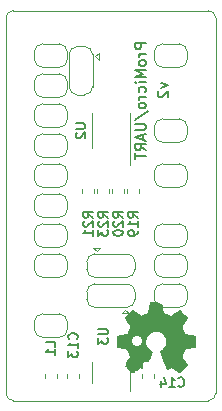
<source format=gbr>
%TF.GenerationSoftware,KiCad,Pcbnew,5.1.6+dfsg1-1~bpo10+1*%
%TF.CreationDate,2020-07-08T21:11:21+00:00*%
%TF.ProjectId,ProMicro_UART,50726f4d-6963-4726-9f5f-554152542e6b,v2*%
%TF.SameCoordinates,Original*%
%TF.FileFunction,Legend,Bot*%
%TF.FilePolarity,Positive*%
%FSLAX45Y45*%
G04 Gerber Fmt 4.5, Leading zero omitted, Abs format (unit mm)*
G04 Created by KiCad (PCBNEW 5.1.6+dfsg1-1~bpo10+1) date 2020-07-08 21:11:21*
%MOMM*%
%LPD*%
G01*
G04 APERTURE LIST*
%TA.AperFunction,Profile*%
%ADD10C,0.100000*%
%TD*%
%ADD11C,0.200000*%
%ADD12C,0.120000*%
%ADD13C,0.010000*%
%ADD14O,1.600000X1.600000*%
%ADD15R,1.600000X1.600000*%
%ADD16C,0.150000*%
%ADD17R,1.000000X1.500000*%
%ADD18R,1.500000X1.000000*%
%ADD19R,0.650000X1.060000*%
%ADD20C,0.900000*%
%ADD21O,1.700000X1.700000*%
%ADD22R,1.700000X1.700000*%
G04 APERTURE END LIST*
D10*
X-1651000Y3111500D02*
X-1651000Y-63500D01*
X127000Y3111500D02*
X127000Y-63500D01*
D11*
X-336786Y2566186D02*
X-276786Y2544757D01*
X-336786Y2523329D01*
X-358214Y2493329D02*
X-362500Y2489043D01*
X-366786Y2480472D01*
X-366786Y2459043D01*
X-362500Y2450472D01*
X-358214Y2446186D01*
X-349643Y2441900D01*
X-341072Y2441900D01*
X-328214Y2446186D01*
X-276786Y2497614D01*
X-276786Y2441900D01*
X-467286Y2897286D02*
X-557286Y2897286D01*
X-557286Y2863000D01*
X-553000Y2854429D01*
X-548714Y2850143D01*
X-540143Y2845857D01*
X-527286Y2845857D01*
X-518714Y2850143D01*
X-514429Y2854429D01*
X-510143Y2863000D01*
X-510143Y2897286D01*
X-467286Y2807286D02*
X-527286Y2807286D01*
X-510143Y2807286D02*
X-518714Y2803000D01*
X-523000Y2798714D01*
X-527286Y2790143D01*
X-527286Y2781572D01*
X-467286Y2738714D02*
X-471571Y2747286D01*
X-475857Y2751572D01*
X-484429Y2755857D01*
X-510143Y2755857D01*
X-518714Y2751572D01*
X-523000Y2747286D01*
X-527286Y2738714D01*
X-527286Y2725857D01*
X-523000Y2717286D01*
X-518714Y2713000D01*
X-510143Y2708714D01*
X-484429Y2708714D01*
X-475857Y2713000D01*
X-471571Y2717286D01*
X-467286Y2725857D01*
X-467286Y2738714D01*
X-467286Y2670143D02*
X-557286Y2670143D01*
X-493000Y2640143D01*
X-557286Y2610143D01*
X-467286Y2610143D01*
X-467286Y2567286D02*
X-527286Y2567286D01*
X-557286Y2567286D02*
X-553000Y2571572D01*
X-548714Y2567286D01*
X-553000Y2563000D01*
X-557286Y2567286D01*
X-548714Y2567286D01*
X-471571Y2485857D02*
X-467286Y2494429D01*
X-467286Y2511572D01*
X-471571Y2520143D01*
X-475857Y2524429D01*
X-484429Y2528714D01*
X-510143Y2528714D01*
X-518714Y2524429D01*
X-523000Y2520143D01*
X-527286Y2511572D01*
X-527286Y2494429D01*
X-523000Y2485857D01*
X-467286Y2447286D02*
X-527286Y2447286D01*
X-510143Y2447286D02*
X-518714Y2443000D01*
X-523000Y2438714D01*
X-527286Y2430143D01*
X-527286Y2421572D01*
X-467286Y2378714D02*
X-471571Y2387286D01*
X-475857Y2391572D01*
X-484429Y2395857D01*
X-510143Y2395857D01*
X-518714Y2391572D01*
X-523000Y2387286D01*
X-527286Y2378714D01*
X-527286Y2365857D01*
X-523000Y2357286D01*
X-518714Y2353000D01*
X-510143Y2348714D01*
X-484429Y2348714D01*
X-475857Y2353000D01*
X-471571Y2357286D01*
X-467286Y2365857D01*
X-467286Y2378714D01*
X-561572Y2245857D02*
X-445857Y2323000D01*
X-557286Y2215857D02*
X-484429Y2215857D01*
X-475857Y2211572D01*
X-471571Y2207286D01*
X-467286Y2198714D01*
X-467286Y2181572D01*
X-471571Y2173000D01*
X-475857Y2168714D01*
X-484429Y2164429D01*
X-557286Y2164429D01*
X-493000Y2125857D02*
X-493000Y2083000D01*
X-467286Y2134429D02*
X-557286Y2104429D01*
X-467286Y2074429D01*
X-467286Y1993000D02*
X-510143Y2023000D01*
X-467286Y2044429D02*
X-557286Y2044429D01*
X-557286Y2010143D01*
X-553000Y2001571D01*
X-548714Y1997286D01*
X-540143Y1993000D01*
X-527286Y1993000D01*
X-518714Y1997286D01*
X-514429Y2001571D01*
X-510143Y2010143D01*
X-510143Y2044429D01*
X-557286Y1967286D02*
X-557286Y1915857D01*
X-467286Y1941571D02*
X-557286Y1941571D01*
D10*
X-1587500Y-127000D02*
G75*
G02*
X-1651000Y-63500I0J63500D01*
G01*
X127000Y-63500D02*
G75*
G02*
X63500Y-127000I-63500J0D01*
G01*
X63500Y3175000D02*
G75*
G02*
X127000Y3111500I0J-63500D01*
G01*
X-1651000Y3111500D02*
G75*
G02*
X-1587500Y3175000I63500J0D01*
G01*
X63500Y-127000D02*
X-1587500Y-127000D01*
X-1587500Y3175000D02*
X63500Y3175000D01*
D12*
X-876500Y1667278D02*
X-876500Y1634722D01*
X-774500Y1667278D02*
X-774500Y1634722D01*
X-1003500Y1667278D02*
X-1003500Y1634722D01*
X-901500Y1667278D02*
X-901500Y1634722D01*
X-749500Y1667278D02*
X-749500Y1634722D01*
X-647500Y1667278D02*
X-647500Y1634722D01*
X-622500Y1667278D02*
X-622500Y1634722D01*
X-520500Y1667278D02*
X-520500Y1634722D01*
X-114000Y2129000D02*
X-114000Y2189000D01*
X-324000Y2059000D02*
X-184000Y2059000D01*
X-394000Y2189000D02*
X-394000Y2129000D01*
X-184000Y2259000D02*
X-324000Y2259000D01*
X-114000Y2189000D02*
G75*
G03*
X-184000Y2259000I-70000J0D01*
G01*
X-184000Y2059000D02*
G75*
G03*
X-114000Y2129000I0J70000D01*
G01*
X-394000Y2129000D02*
G75*
G03*
X-324000Y2059000I70000J0D01*
G01*
X-324000Y2259000D02*
G75*
G03*
X-394000Y2189000I0J-70000D01*
G01*
X-1130000Y478000D02*
X-1130000Y538000D01*
X-1340000Y408000D02*
X-1200000Y408000D01*
X-1410000Y538000D02*
X-1410000Y478000D01*
X-1200000Y608000D02*
X-1340000Y608000D01*
X-1130000Y538000D02*
G75*
G03*
X-1200000Y608000I-70000J0D01*
G01*
X-1200000Y408000D02*
G75*
G03*
X-1130000Y478000I0J70000D01*
G01*
X-1410000Y478000D02*
G75*
G03*
X-1340000Y408000I70000J0D01*
G01*
X-1340000Y608000D02*
G75*
G03*
X-1410000Y538000I0J-70000D01*
G01*
X-923000Y2159000D02*
X-923000Y2309000D01*
X-923000Y2159000D02*
X-923000Y2009000D01*
X-601000Y2159000D02*
X-601000Y2309000D01*
X-601000Y2159000D02*
X-601000Y1866500D01*
D13*
G36*
X-436581Y659507D02*
G01*
X-444963Y615045D01*
X-475892Y602295D01*
X-506821Y589545D01*
X-543925Y614775D01*
X-554316Y621800D01*
X-563709Y628073D01*
X-571665Y633306D01*
X-577747Y637214D01*
X-581516Y639511D01*
X-582542Y640006D01*
X-584391Y638732D01*
X-588342Y635212D01*
X-593952Y629894D01*
X-600779Y623228D01*
X-608379Y615665D01*
X-616309Y607653D01*
X-624128Y599643D01*
X-631391Y592084D01*
X-637656Y585426D01*
X-642480Y580118D01*
X-645421Y576611D01*
X-646124Y575438D01*
X-645112Y573274D01*
X-642276Y568534D01*
X-637913Y561681D01*
X-632322Y553179D01*
X-625801Y543491D01*
X-622022Y537965D01*
X-615134Y527875D01*
X-609014Y518770D01*
X-603958Y511103D01*
X-600263Y505327D01*
X-598226Y501896D01*
X-597920Y501175D01*
X-598614Y499125D01*
X-600505Y494349D01*
X-603309Y487517D01*
X-606739Y479301D01*
X-610511Y470373D01*
X-614339Y461404D01*
X-617937Y453066D01*
X-621021Y446031D01*
X-623304Y440969D01*
X-624502Y438553D01*
X-624572Y438458D01*
X-626453Y437996D01*
X-631462Y436967D01*
X-639079Y435471D01*
X-648787Y433610D01*
X-660064Y431484D01*
X-666644Y430258D01*
X-678695Y427964D01*
X-689580Y425780D01*
X-698748Y423828D01*
X-705648Y422225D01*
X-709730Y421092D01*
X-710551Y420733D01*
X-711355Y418299D01*
X-712003Y412804D01*
X-712497Y404889D01*
X-712836Y395197D01*
X-713022Y384371D01*
X-713054Y373053D01*
X-712933Y361886D01*
X-712659Y351513D01*
X-712233Y342576D01*
X-711655Y335717D01*
X-710927Y331580D01*
X-710489Y330719D01*
X-707876Y329687D01*
X-702339Y328211D01*
X-694611Y326465D01*
X-685423Y324622D01*
X-682216Y324026D01*
X-666752Y321193D01*
X-654538Y318912D01*
X-645167Y317092D01*
X-638238Y315642D01*
X-633347Y314471D01*
X-630090Y313489D01*
X-628063Y312604D01*
X-626863Y311728D01*
X-626695Y311554D01*
X-625018Y308763D01*
X-622461Y303331D01*
X-619279Y295922D01*
X-615726Y287204D01*
X-612058Y277839D01*
X-608531Y268495D01*
X-605400Y259835D01*
X-602919Y252526D01*
X-601345Y247232D01*
X-600933Y244619D01*
X-600968Y244527D01*
X-602364Y242391D01*
X-605532Y237692D01*
X-610139Y230917D01*
X-615852Y222558D01*
X-622337Y213102D01*
X-624184Y210415D01*
X-630770Y200672D01*
X-636565Y191784D01*
X-641254Y184259D01*
X-644521Y178608D01*
X-646050Y175342D01*
X-646124Y174941D01*
X-644839Y172832D01*
X-641289Y168654D01*
X-635929Y162856D01*
X-629217Y155887D01*
X-621609Y148196D01*
X-613560Y140232D01*
X-605529Y132444D01*
X-597970Y125281D01*
X-591341Y119193D01*
X-586097Y114628D01*
X-582696Y112035D01*
X-581755Y111612D01*
X-579564Y112609D01*
X-575080Y115298D01*
X-569032Y119226D01*
X-564379Y122388D01*
X-555948Y128190D01*
X-545963Y135022D01*
X-535947Y141842D01*
X-530563Y145493D01*
X-512337Y157820D01*
X-497038Y149548D01*
X-490068Y145924D01*
X-484141Y143107D01*
X-480131Y141501D01*
X-479110Y141277D01*
X-477883Y142928D01*
X-475461Y147592D01*
X-472026Y154839D01*
X-467759Y164239D01*
X-462839Y175363D01*
X-457449Y187778D01*
X-451768Y201057D01*
X-445978Y214767D01*
X-440259Y228480D01*
X-434792Y241764D01*
X-429758Y254190D01*
X-425338Y265328D01*
X-421712Y274746D01*
X-419061Y282016D01*
X-417566Y286706D01*
X-417325Y288317D01*
X-419231Y290371D01*
X-423404Y293707D01*
X-428971Y297630D01*
X-429438Y297940D01*
X-443826Y309458D01*
X-455428Y322895D01*
X-464143Y337822D01*
X-469870Y353809D01*
X-472509Y370426D01*
X-471958Y387245D01*
X-468119Y403834D01*
X-460889Y419766D01*
X-458763Y423251D01*
X-447700Y437326D01*
X-434630Y448629D01*
X-420006Y457100D01*
X-404281Y462681D01*
X-387906Y465313D01*
X-371333Y464937D01*
X-355016Y461495D01*
X-339407Y454928D01*
X-324957Y445176D01*
X-320487Y441219D01*
X-309111Y428830D01*
X-300822Y415788D01*
X-295136Y401168D01*
X-291969Y386691D01*
X-291187Y370414D01*
X-293794Y354056D01*
X-299525Y338170D01*
X-308114Y323309D01*
X-319299Y310027D01*
X-332812Y298874D01*
X-334588Y297699D01*
X-340215Y293849D01*
X-344492Y290514D01*
X-346537Y288384D01*
X-346567Y288317D01*
X-346128Y286013D01*
X-344388Y280784D01*
X-341527Y273061D01*
X-337727Y263273D01*
X-333167Y251851D01*
X-328030Y239224D01*
X-322496Y225823D01*
X-316746Y212078D01*
X-310960Y198419D01*
X-305320Y185276D01*
X-300006Y173080D01*
X-295199Y162259D01*
X-291080Y153245D01*
X-287830Y146468D01*
X-285630Y142357D01*
X-284744Y141277D01*
X-282036Y142118D01*
X-276970Y144373D01*
X-270418Y147639D01*
X-266816Y149548D01*
X-251517Y157820D01*
X-233291Y145493D01*
X-223987Y139177D01*
X-213801Y132227D01*
X-204256Y125683D01*
X-199475Y122388D01*
X-192750Y117873D01*
X-187056Y114294D01*
X-183135Y112106D01*
X-181862Y111644D01*
X-180008Y112891D01*
X-175906Y116375D01*
X-169953Y121732D01*
X-162546Y128602D01*
X-154084Y136622D01*
X-148732Y141771D01*
X-139368Y150971D01*
X-131276Y159200D01*
X-124782Y166106D01*
X-120214Y171336D01*
X-117899Y174538D01*
X-117677Y175188D01*
X-118708Y177661D01*
X-121556Y182659D01*
X-125906Y189679D01*
X-131442Y198212D01*
X-137848Y207754D01*
X-139670Y210415D01*
X-146307Y220083D01*
X-152262Y228788D01*
X-157202Y236040D01*
X-160793Y241351D01*
X-162702Y244230D01*
X-162886Y244527D01*
X-162611Y246822D01*
X-161146Y251866D01*
X-158749Y258996D01*
X-155673Y267545D01*
X-152176Y276849D01*
X-148511Y286243D01*
X-144934Y295060D01*
X-141701Y302637D01*
X-139066Y308307D01*
X-137286Y311406D01*
X-137159Y311554D01*
X-136071Y312440D01*
X-134232Y313316D01*
X-131239Y314272D01*
X-126690Y315400D01*
X-120179Y316791D01*
X-111304Y318534D01*
X-99661Y320720D01*
X-84846Y323441D01*
X-81638Y324026D01*
X-72131Y325863D01*
X-63843Y327660D01*
X-57507Y329243D01*
X-53854Y330440D01*
X-53364Y330719D01*
X-52557Y333193D01*
X-51901Y338721D01*
X-51397Y346661D01*
X-51044Y356370D01*
X-50844Y367206D01*
X-50796Y378526D01*
X-50902Y389687D01*
X-51162Y400047D01*
X-51575Y408963D01*
X-52144Y415793D01*
X-52867Y419893D01*
X-53303Y420733D01*
X-55730Y421579D01*
X-61257Y422956D01*
X-69334Y424745D01*
X-79409Y426825D01*
X-90932Y429078D01*
X-97210Y430258D01*
X-109121Y432485D01*
X-119743Y434502D01*
X-128557Y436208D01*
X-135043Y437503D01*
X-138683Y438284D01*
X-139282Y438458D01*
X-140294Y440411D01*
X-142434Y445116D01*
X-145416Y451900D01*
X-148956Y460091D01*
X-152767Y469017D01*
X-156565Y478006D01*
X-160064Y486386D01*
X-162979Y493485D01*
X-165026Y498631D01*
X-165918Y501150D01*
X-165934Y501260D01*
X-164923Y503248D01*
X-162088Y507822D01*
X-157728Y514528D01*
X-152139Y522912D01*
X-145621Y532517D01*
X-141832Y538035D01*
X-134928Y548152D01*
X-128795Y557337D01*
X-123734Y565126D01*
X-120043Y571053D01*
X-118022Y574655D01*
X-117730Y575462D01*
X-118985Y577342D01*
X-122454Y581354D01*
X-127694Y587051D01*
X-134262Y593982D01*
X-141714Y601697D01*
X-149609Y609748D01*
X-157502Y617684D01*
X-164950Y625056D01*
X-171511Y631415D01*
X-176740Y636311D01*
X-180196Y639294D01*
X-181352Y640006D01*
X-183235Y639005D01*
X-187737Y636192D01*
X-194421Y631855D01*
X-202850Y626278D01*
X-212586Y619749D01*
X-219929Y614775D01*
X-257033Y589545D01*
X-318891Y615045D01*
X-327273Y659507D01*
X-335655Y703969D01*
X-428199Y703969D01*
X-436581Y659507D01*
G37*
X-436581Y659507D02*
X-444963Y615045D01*
X-475892Y602295D01*
X-506821Y589545D01*
X-543925Y614775D01*
X-554316Y621800D01*
X-563709Y628073D01*
X-571665Y633306D01*
X-577747Y637214D01*
X-581516Y639511D01*
X-582542Y640006D01*
X-584391Y638732D01*
X-588342Y635212D01*
X-593952Y629894D01*
X-600779Y623228D01*
X-608379Y615665D01*
X-616309Y607653D01*
X-624128Y599643D01*
X-631391Y592084D01*
X-637656Y585426D01*
X-642480Y580118D01*
X-645421Y576611D01*
X-646124Y575438D01*
X-645112Y573274D01*
X-642276Y568534D01*
X-637913Y561681D01*
X-632322Y553179D01*
X-625801Y543491D01*
X-622022Y537965D01*
X-615134Y527875D01*
X-609014Y518770D01*
X-603958Y511103D01*
X-600263Y505327D01*
X-598226Y501896D01*
X-597920Y501175D01*
X-598614Y499125D01*
X-600505Y494349D01*
X-603309Y487517D01*
X-606739Y479301D01*
X-610511Y470373D01*
X-614339Y461404D01*
X-617937Y453066D01*
X-621021Y446031D01*
X-623304Y440969D01*
X-624502Y438553D01*
X-624572Y438458D01*
X-626453Y437996D01*
X-631462Y436967D01*
X-639079Y435471D01*
X-648787Y433610D01*
X-660064Y431484D01*
X-666644Y430258D01*
X-678695Y427964D01*
X-689580Y425780D01*
X-698748Y423828D01*
X-705648Y422225D01*
X-709730Y421092D01*
X-710551Y420733D01*
X-711355Y418299D01*
X-712003Y412804D01*
X-712497Y404889D01*
X-712836Y395197D01*
X-713022Y384371D01*
X-713054Y373053D01*
X-712933Y361886D01*
X-712659Y351513D01*
X-712233Y342576D01*
X-711655Y335717D01*
X-710927Y331580D01*
X-710489Y330719D01*
X-707876Y329687D01*
X-702339Y328211D01*
X-694611Y326465D01*
X-685423Y324622D01*
X-682216Y324026D01*
X-666752Y321193D01*
X-654538Y318912D01*
X-645167Y317092D01*
X-638238Y315642D01*
X-633347Y314471D01*
X-630090Y313489D01*
X-628063Y312604D01*
X-626863Y311728D01*
X-626695Y311554D01*
X-625018Y308763D01*
X-622461Y303331D01*
X-619279Y295922D01*
X-615726Y287204D01*
X-612058Y277839D01*
X-608531Y268495D01*
X-605400Y259835D01*
X-602919Y252526D01*
X-601345Y247232D01*
X-600933Y244619D01*
X-600968Y244527D01*
X-602364Y242391D01*
X-605532Y237692D01*
X-610139Y230917D01*
X-615852Y222558D01*
X-622337Y213102D01*
X-624184Y210415D01*
X-630770Y200672D01*
X-636565Y191784D01*
X-641254Y184259D01*
X-644521Y178608D01*
X-646050Y175342D01*
X-646124Y174941D01*
X-644839Y172832D01*
X-641289Y168654D01*
X-635929Y162856D01*
X-629217Y155887D01*
X-621609Y148196D01*
X-613560Y140232D01*
X-605529Y132444D01*
X-597970Y125281D01*
X-591341Y119193D01*
X-586097Y114628D01*
X-582696Y112035D01*
X-581755Y111612D01*
X-579564Y112609D01*
X-575080Y115298D01*
X-569032Y119226D01*
X-564379Y122388D01*
X-555948Y128190D01*
X-545963Y135022D01*
X-535947Y141842D01*
X-530563Y145493D01*
X-512337Y157820D01*
X-497038Y149548D01*
X-490068Y145924D01*
X-484141Y143107D01*
X-480131Y141501D01*
X-479110Y141277D01*
X-477883Y142928D01*
X-475461Y147592D01*
X-472026Y154839D01*
X-467759Y164239D01*
X-462839Y175363D01*
X-457449Y187778D01*
X-451768Y201057D01*
X-445978Y214767D01*
X-440259Y228480D01*
X-434792Y241764D01*
X-429758Y254190D01*
X-425338Y265328D01*
X-421712Y274746D01*
X-419061Y282016D01*
X-417566Y286706D01*
X-417325Y288317D01*
X-419231Y290371D01*
X-423404Y293707D01*
X-428971Y297630D01*
X-429438Y297940D01*
X-443826Y309458D01*
X-455428Y322895D01*
X-464143Y337822D01*
X-469870Y353809D01*
X-472509Y370426D01*
X-471958Y387245D01*
X-468119Y403834D01*
X-460889Y419766D01*
X-458763Y423251D01*
X-447700Y437326D01*
X-434630Y448629D01*
X-420006Y457100D01*
X-404281Y462681D01*
X-387906Y465313D01*
X-371333Y464937D01*
X-355016Y461495D01*
X-339407Y454928D01*
X-324957Y445176D01*
X-320487Y441219D01*
X-309111Y428830D01*
X-300822Y415788D01*
X-295136Y401168D01*
X-291969Y386691D01*
X-291187Y370414D01*
X-293794Y354056D01*
X-299525Y338170D01*
X-308114Y323309D01*
X-319299Y310027D01*
X-332812Y298874D01*
X-334588Y297699D01*
X-340215Y293849D01*
X-344492Y290514D01*
X-346537Y288384D01*
X-346567Y288317D01*
X-346128Y286013D01*
X-344388Y280784D01*
X-341527Y273061D01*
X-337727Y263273D01*
X-333167Y251851D01*
X-328030Y239224D01*
X-322496Y225823D01*
X-316746Y212078D01*
X-310960Y198419D01*
X-305320Y185276D01*
X-300006Y173080D01*
X-295199Y162259D01*
X-291080Y153245D01*
X-287830Y146468D01*
X-285630Y142357D01*
X-284744Y141277D01*
X-282036Y142118D01*
X-276970Y144373D01*
X-270418Y147639D01*
X-266816Y149548D01*
X-251517Y157820D01*
X-233291Y145493D01*
X-223987Y139177D01*
X-213801Y132227D01*
X-204256Y125683D01*
X-199475Y122388D01*
X-192750Y117873D01*
X-187056Y114294D01*
X-183135Y112106D01*
X-181862Y111644D01*
X-180008Y112891D01*
X-175906Y116375D01*
X-169953Y121732D01*
X-162546Y128602D01*
X-154084Y136622D01*
X-148732Y141771D01*
X-139368Y150971D01*
X-131276Y159200D01*
X-124782Y166106D01*
X-120214Y171336D01*
X-117899Y174538D01*
X-117677Y175188D01*
X-118708Y177661D01*
X-121556Y182659D01*
X-125906Y189679D01*
X-131442Y198212D01*
X-137848Y207754D01*
X-139670Y210415D01*
X-146307Y220083D01*
X-152262Y228788D01*
X-157202Y236040D01*
X-160793Y241351D01*
X-162702Y244230D01*
X-162886Y244527D01*
X-162611Y246822D01*
X-161146Y251866D01*
X-158749Y258996D01*
X-155673Y267545D01*
X-152176Y276849D01*
X-148511Y286243D01*
X-144934Y295060D01*
X-141701Y302637D01*
X-139066Y308307D01*
X-137286Y311406D01*
X-137159Y311554D01*
X-136071Y312440D01*
X-134232Y313316D01*
X-131239Y314272D01*
X-126690Y315400D01*
X-120179Y316791D01*
X-111304Y318534D01*
X-99661Y320720D01*
X-84846Y323441D01*
X-81638Y324026D01*
X-72131Y325863D01*
X-63843Y327660D01*
X-57507Y329243D01*
X-53854Y330440D01*
X-53364Y330719D01*
X-52557Y333193D01*
X-51901Y338721D01*
X-51397Y346661D01*
X-51044Y356370D01*
X-50844Y367206D01*
X-50796Y378526D01*
X-50902Y389687D01*
X-51162Y400047D01*
X-51575Y408963D01*
X-52144Y415793D01*
X-52867Y419893D01*
X-53303Y420733D01*
X-55730Y421579D01*
X-61257Y422956D01*
X-69334Y424745D01*
X-79409Y426825D01*
X-90932Y429078D01*
X-97210Y430258D01*
X-109121Y432485D01*
X-119743Y434502D01*
X-128557Y436208D01*
X-135043Y437503D01*
X-138683Y438284D01*
X-139282Y438458D01*
X-140294Y440411D01*
X-142434Y445116D01*
X-145416Y451900D01*
X-148956Y460091D01*
X-152767Y469017D01*
X-156565Y478006D01*
X-160064Y486386D01*
X-162979Y493485D01*
X-165026Y498631D01*
X-165918Y501150D01*
X-165934Y501260D01*
X-164923Y503248D01*
X-162088Y507822D01*
X-157728Y514528D01*
X-152139Y522912D01*
X-145621Y532517D01*
X-141832Y538035D01*
X-134928Y548152D01*
X-128795Y557337D01*
X-123734Y565126D01*
X-120043Y571053D01*
X-118022Y574655D01*
X-117730Y575462D01*
X-118985Y577342D01*
X-122454Y581354D01*
X-127694Y587051D01*
X-134262Y593982D01*
X-141714Y601697D01*
X-149609Y609748D01*
X-157502Y617684D01*
X-164950Y625056D01*
X-171511Y631415D01*
X-176740Y636311D01*
X-180196Y639294D01*
X-181352Y640006D01*
X-183235Y639005D01*
X-187737Y636192D01*
X-194421Y631855D01*
X-202850Y626278D01*
X-212586Y619749D01*
X-219929Y614775D01*
X-257033Y589545D01*
X-318891Y615045D01*
X-327273Y659507D01*
X-335655Y703969D01*
X-428199Y703969D01*
X-436581Y659507D01*
D12*
X-882000Y1136000D02*
X-852000Y1166000D01*
X-912000Y1166000D02*
X-852000Y1166000D01*
X-882000Y1136000D02*
X-912000Y1166000D01*
X-967000Y1046000D02*
X-967000Y986000D01*
X-622000Y1116000D02*
X-902000Y1116000D01*
X-557000Y986000D02*
X-557000Y1046000D01*
X-902000Y916000D02*
X-622000Y916000D01*
X-967000Y986000D02*
G75*
G03*
X-897000Y916000I70000J0D01*
G01*
X-897000Y1116000D02*
G75*
G03*
X-967000Y1046000I0J-70000D01*
G01*
X-557000Y1046000D02*
G75*
G03*
X-627000Y1116000I-70000J0D01*
G01*
X-627000Y916000D02*
G75*
G03*
X-557000Y986000I0J70000D01*
G01*
X-642000Y642000D02*
X-672000Y612000D01*
X-612000Y612000D02*
X-672000Y612000D01*
X-642000Y642000D02*
X-612000Y612000D01*
X-557000Y732000D02*
X-557000Y792000D01*
X-902000Y662000D02*
X-622000Y662000D01*
X-967000Y792000D02*
X-967000Y732000D01*
X-622000Y862000D02*
X-902000Y862000D01*
X-557000Y792000D02*
G75*
G03*
X-627000Y862000I-70000J0D01*
G01*
X-627000Y662000D02*
G75*
G03*
X-557000Y732000I0J70000D01*
G01*
X-967000Y732000D02*
G75*
G03*
X-897000Y662000I70000J0D01*
G01*
X-897000Y862000D02*
G75*
G03*
X-967000Y792000I0J-70000D01*
G01*
X-495500Y95028D02*
X-495500Y62472D01*
X-393500Y95028D02*
X-393500Y62472D01*
X-1028500Y62472D02*
X-1028500Y95028D01*
X-1130500Y62472D02*
X-1130500Y95028D01*
X-896000Y2787000D02*
X-866000Y2757000D01*
X-866000Y2817000D02*
X-866000Y2757000D01*
X-896000Y2787000D02*
X-866000Y2817000D01*
X-986000Y2872000D02*
X-1046000Y2872000D01*
X-916000Y2527000D02*
X-916000Y2807000D01*
X-1046000Y2462000D02*
X-986000Y2462000D01*
X-1116000Y2807000D02*
X-1116000Y2527000D01*
X-1046000Y2872000D02*
G75*
G03*
X-1116000Y2802000I0J-70000D01*
G01*
X-916000Y2802000D02*
G75*
G03*
X-986000Y2872000I-70000J0D01*
G01*
X-986000Y2462000D02*
G75*
G03*
X-916000Y2532000I0J70000D01*
G01*
X-1116000Y2532000D02*
G75*
G03*
X-1046000Y2462000I70000J0D01*
G01*
X-923000Y20000D02*
X-923000Y200000D01*
X-601000Y200000D02*
X-601000Y-45000D01*
X-1219000Y62472D02*
X-1219000Y95028D01*
X-1321000Y62472D02*
X-1321000Y95028D01*
X-394000Y1300000D02*
X-394000Y1240000D01*
X-184000Y1370000D02*
X-324000Y1370000D01*
X-114000Y1240000D02*
X-114000Y1300000D01*
X-324000Y1170000D02*
X-184000Y1170000D01*
X-394000Y1240000D02*
G75*
G03*
X-324000Y1170000I70000J0D01*
G01*
X-324000Y1370000D02*
G75*
G03*
X-394000Y1300000I0J-70000D01*
G01*
X-114000Y1300000D02*
G75*
G03*
X-184000Y1370000I-70000J0D01*
G01*
X-184000Y1170000D02*
G75*
G03*
X-114000Y1240000I0J70000D01*
G01*
X-394000Y792000D02*
X-394000Y732000D01*
X-184000Y862000D02*
X-324000Y862000D01*
X-114000Y732000D02*
X-114000Y792000D01*
X-324000Y662000D02*
X-184000Y662000D01*
X-394000Y732000D02*
G75*
G03*
X-324000Y662000I70000J0D01*
G01*
X-324000Y862000D02*
G75*
G03*
X-394000Y792000I0J-70000D01*
G01*
X-114000Y792000D02*
G75*
G03*
X-184000Y862000I-70000J0D01*
G01*
X-184000Y662000D02*
G75*
G03*
X-114000Y732000I0J70000D01*
G01*
X-394000Y1046000D02*
X-394000Y986000D01*
X-184000Y1116000D02*
X-324000Y1116000D01*
X-114000Y986000D02*
X-114000Y1046000D01*
X-324000Y916000D02*
X-184000Y916000D01*
X-394000Y986000D02*
G75*
G03*
X-324000Y916000I70000J0D01*
G01*
X-324000Y1116000D02*
G75*
G03*
X-394000Y1046000I0J-70000D01*
G01*
X-114000Y1046000D02*
G75*
G03*
X-184000Y1116000I-70000J0D01*
G01*
X-184000Y916000D02*
G75*
G03*
X-114000Y986000I0J70000D01*
G01*
X-394000Y1808000D02*
X-394000Y1748000D01*
X-184000Y1878000D02*
X-324000Y1878000D01*
X-114000Y1748000D02*
X-114000Y1808000D01*
X-324000Y1678000D02*
X-184000Y1678000D01*
X-394000Y1748000D02*
G75*
G03*
X-324000Y1678000I70000J0D01*
G01*
X-324000Y1878000D02*
G75*
G03*
X-394000Y1808000I0J-70000D01*
G01*
X-114000Y1808000D02*
G75*
G03*
X-184000Y1878000I-70000J0D01*
G01*
X-184000Y1678000D02*
G75*
G03*
X-114000Y1748000I0J70000D01*
G01*
X-1130000Y1240000D02*
X-1130000Y1300000D01*
X-1340000Y1170000D02*
X-1200000Y1170000D01*
X-1410000Y1300000D02*
X-1410000Y1240000D01*
X-1200000Y1370000D02*
X-1340000Y1370000D01*
X-1130000Y1300000D02*
G75*
G03*
X-1200000Y1370000I-70000J0D01*
G01*
X-1200000Y1170000D02*
G75*
G03*
X-1130000Y1240000I0J70000D01*
G01*
X-1410000Y1240000D02*
G75*
G03*
X-1340000Y1170000I70000J0D01*
G01*
X-1340000Y1370000D02*
G75*
G03*
X-1410000Y1300000I0J-70000D01*
G01*
X-1130000Y1494000D02*
X-1130000Y1554000D01*
X-1340000Y1424000D02*
X-1200000Y1424000D01*
X-1410000Y1554000D02*
X-1410000Y1494000D01*
X-1200000Y1624000D02*
X-1340000Y1624000D01*
X-1130000Y1554000D02*
G75*
G03*
X-1200000Y1624000I-70000J0D01*
G01*
X-1200000Y1424000D02*
G75*
G03*
X-1130000Y1494000I0J70000D01*
G01*
X-1410000Y1494000D02*
G75*
G03*
X-1340000Y1424000I70000J0D01*
G01*
X-1340000Y1624000D02*
G75*
G03*
X-1410000Y1554000I0J-70000D01*
G01*
X-1130000Y1748000D02*
X-1130000Y1808000D01*
X-1340000Y1678000D02*
X-1200000Y1678000D01*
X-1410000Y1808000D02*
X-1410000Y1748000D01*
X-1200000Y1878000D02*
X-1340000Y1878000D01*
X-1130000Y1808000D02*
G75*
G03*
X-1200000Y1878000I-70000J0D01*
G01*
X-1200000Y1678000D02*
G75*
G03*
X-1130000Y1748000I0J70000D01*
G01*
X-1410000Y1748000D02*
G75*
G03*
X-1340000Y1678000I70000J0D01*
G01*
X-1340000Y1878000D02*
G75*
G03*
X-1410000Y1808000I0J-70000D01*
G01*
X-1130000Y986000D02*
X-1130000Y1046000D01*
X-1340000Y916000D02*
X-1200000Y916000D01*
X-1410000Y1046000D02*
X-1410000Y986000D01*
X-1200000Y1116000D02*
X-1340000Y1116000D01*
X-1130000Y1046000D02*
G75*
G03*
X-1200000Y1116000I-70000J0D01*
G01*
X-1200000Y916000D02*
G75*
G03*
X-1130000Y986000I0J70000D01*
G01*
X-1410000Y986000D02*
G75*
G03*
X-1340000Y916000I70000J0D01*
G01*
X-1340000Y1116000D02*
G75*
G03*
X-1410000Y1046000I0J-70000D01*
G01*
X-1130000Y2764000D02*
X-1130000Y2824000D01*
X-1340000Y2694000D02*
X-1200000Y2694000D01*
X-1410000Y2824000D02*
X-1410000Y2764000D01*
X-1200000Y2894000D02*
X-1340000Y2894000D01*
X-1130000Y2824000D02*
G75*
G03*
X-1200000Y2894000I-70000J0D01*
G01*
X-1200000Y2694000D02*
G75*
G03*
X-1130000Y2764000I0J70000D01*
G01*
X-1410000Y2764000D02*
G75*
G03*
X-1340000Y2694000I70000J0D01*
G01*
X-1340000Y2894000D02*
G75*
G03*
X-1410000Y2824000I0J-70000D01*
G01*
X-394000Y2824000D02*
X-394000Y2764000D01*
X-184000Y2894000D02*
X-324000Y2894000D01*
X-114000Y2764000D02*
X-114000Y2824000D01*
X-324000Y2694000D02*
X-184000Y2694000D01*
X-394000Y2764000D02*
G75*
G03*
X-324000Y2694000I70000J0D01*
G01*
X-324000Y2894000D02*
G75*
G03*
X-394000Y2824000I0J-70000D01*
G01*
X-114000Y2824000D02*
G75*
G03*
X-184000Y2894000I-70000J0D01*
G01*
X-184000Y2694000D02*
G75*
G03*
X-114000Y2764000I0J70000D01*
G01*
X-1130000Y2256000D02*
X-1130000Y2316000D01*
X-1340000Y2186000D02*
X-1200000Y2186000D01*
X-1410000Y2316000D02*
X-1410000Y2256000D01*
X-1200000Y2386000D02*
X-1340000Y2386000D01*
X-1130000Y2316000D02*
G75*
G03*
X-1200000Y2386000I-70000J0D01*
G01*
X-1200000Y2186000D02*
G75*
G03*
X-1130000Y2256000I0J70000D01*
G01*
X-1410000Y2256000D02*
G75*
G03*
X-1340000Y2186000I70000J0D01*
G01*
X-1340000Y2386000D02*
G75*
G03*
X-1410000Y2316000I0J-70000D01*
G01*
X-1130000Y2510000D02*
X-1130000Y2570000D01*
X-1340000Y2440000D02*
X-1200000Y2440000D01*
X-1410000Y2570000D02*
X-1410000Y2510000D01*
X-1200000Y2640000D02*
X-1340000Y2640000D01*
X-1130000Y2570000D02*
G75*
G03*
X-1200000Y2640000I-70000J0D01*
G01*
X-1200000Y2440000D02*
G75*
G03*
X-1130000Y2510000I0J70000D01*
G01*
X-1410000Y2510000D02*
G75*
G03*
X-1340000Y2440000I70000J0D01*
G01*
X-1340000Y2640000D02*
G75*
G03*
X-1410000Y2570000I0J-70000D01*
G01*
X-1130000Y2002000D02*
X-1130000Y2062000D01*
X-1340000Y1932000D02*
X-1200000Y1932000D01*
X-1410000Y2062000D02*
X-1410000Y2002000D01*
X-1200000Y2132000D02*
X-1340000Y2132000D01*
X-1130000Y2062000D02*
G75*
G03*
X-1200000Y2132000I-70000J0D01*
G01*
X-1200000Y1932000D02*
G75*
G03*
X-1130000Y2002000I0J70000D01*
G01*
X-1410000Y2002000D02*
G75*
G03*
X-1340000Y1932000I70000J0D01*
G01*
X-1340000Y2132000D02*
G75*
G03*
X-1410000Y2062000I0J-70000D01*
G01*
D11*
X-789310Y1423029D02*
X-827405Y1449695D01*
X-789310Y1468743D02*
X-869310Y1468743D01*
X-869310Y1438267D01*
X-865500Y1430648D01*
X-861690Y1426838D01*
X-854071Y1423029D01*
X-842643Y1423029D01*
X-835024Y1426838D01*
X-831214Y1430648D01*
X-827405Y1438267D01*
X-827405Y1468743D01*
X-861690Y1392552D02*
X-865500Y1388743D01*
X-869310Y1381124D01*
X-869310Y1362076D01*
X-865500Y1354457D01*
X-861690Y1350648D01*
X-854071Y1346838D01*
X-846452Y1346838D01*
X-835024Y1350648D01*
X-789310Y1396362D01*
X-789310Y1346838D01*
X-869310Y1320172D02*
X-869310Y1270648D01*
X-838833Y1297314D01*
X-838833Y1285886D01*
X-835024Y1278267D01*
X-831214Y1274457D01*
X-823595Y1270648D01*
X-804548Y1270648D01*
X-796929Y1274457D01*
X-793119Y1278267D01*
X-789310Y1285886D01*
X-789310Y1308743D01*
X-793119Y1316362D01*
X-796929Y1320172D01*
X-916310Y1423029D02*
X-954405Y1449695D01*
X-916310Y1468743D02*
X-996310Y1468743D01*
X-996310Y1438267D01*
X-992500Y1430648D01*
X-988690Y1426838D01*
X-981071Y1423029D01*
X-969643Y1423029D01*
X-962024Y1426838D01*
X-958214Y1430648D01*
X-954405Y1438267D01*
X-954405Y1468743D01*
X-988690Y1392552D02*
X-992500Y1388743D01*
X-996310Y1381124D01*
X-996310Y1362076D01*
X-992500Y1354457D01*
X-988690Y1350648D01*
X-981071Y1346838D01*
X-973452Y1346838D01*
X-962024Y1350648D01*
X-916310Y1396362D01*
X-916310Y1346838D01*
X-916310Y1270648D02*
X-916310Y1316362D01*
X-916310Y1293505D02*
X-996310Y1293505D01*
X-984881Y1301124D01*
X-977262Y1308743D01*
X-973452Y1316362D01*
X-662310Y1423029D02*
X-700405Y1449695D01*
X-662310Y1468743D02*
X-742310Y1468743D01*
X-742310Y1438267D01*
X-738500Y1430648D01*
X-734690Y1426838D01*
X-727071Y1423029D01*
X-715643Y1423029D01*
X-708024Y1426838D01*
X-704214Y1430648D01*
X-700405Y1438267D01*
X-700405Y1468743D01*
X-734690Y1392552D02*
X-738500Y1388743D01*
X-742310Y1381124D01*
X-742310Y1362076D01*
X-738500Y1354457D01*
X-734690Y1350648D01*
X-727071Y1346838D01*
X-719452Y1346838D01*
X-708024Y1350648D01*
X-662310Y1396362D01*
X-662310Y1346838D01*
X-742310Y1297314D02*
X-742310Y1289695D01*
X-738500Y1282076D01*
X-734690Y1278267D01*
X-727071Y1274457D01*
X-711833Y1270648D01*
X-692786Y1270648D01*
X-677548Y1274457D01*
X-669929Y1278267D01*
X-666119Y1282076D01*
X-662310Y1289695D01*
X-662310Y1297314D01*
X-666119Y1304933D01*
X-669929Y1308743D01*
X-677548Y1312552D01*
X-692786Y1316362D01*
X-711833Y1316362D01*
X-727071Y1312552D01*
X-734690Y1308743D01*
X-738500Y1304933D01*
X-742310Y1297314D01*
X-535310Y1423029D02*
X-573405Y1449695D01*
X-535310Y1468743D02*
X-615310Y1468743D01*
X-615310Y1438267D01*
X-611500Y1430648D01*
X-607691Y1426838D01*
X-600072Y1423029D01*
X-588643Y1423029D01*
X-581024Y1426838D01*
X-577214Y1430648D01*
X-573405Y1438267D01*
X-573405Y1468743D01*
X-535310Y1346838D02*
X-535310Y1392552D01*
X-535310Y1369695D02*
X-615310Y1369695D01*
X-603881Y1377314D01*
X-596262Y1384933D01*
X-592452Y1392552D01*
X-535310Y1308743D02*
X-535310Y1293505D01*
X-539119Y1285886D01*
X-542929Y1282076D01*
X-554357Y1274457D01*
X-569595Y1270648D01*
X-600072Y1270648D01*
X-607691Y1274457D01*
X-611500Y1278267D01*
X-615310Y1285886D01*
X-615310Y1301124D01*
X-611500Y1308743D01*
X-607691Y1312552D01*
X-600072Y1316362D01*
X-581024Y1316362D01*
X-573405Y1312552D01*
X-569595Y1308743D01*
X-565786Y1301124D01*
X-565786Y1285886D01*
X-569595Y1278267D01*
X-573405Y1274457D01*
X-581024Y1270648D01*
X-1059810Y2219952D02*
X-995048Y2219952D01*
X-987429Y2216143D01*
X-983619Y2212333D01*
X-979810Y2204714D01*
X-979810Y2189476D01*
X-983619Y2181857D01*
X-987429Y2178048D01*
X-995048Y2174238D01*
X-1059810Y2174238D01*
X-1052191Y2139952D02*
X-1056000Y2136143D01*
X-1059810Y2128524D01*
X-1059810Y2109476D01*
X-1056000Y2101857D01*
X-1052191Y2098048D01*
X-1044571Y2094238D01*
X-1036952Y2094238D01*
X-1025524Y2098048D01*
X-979810Y2143762D01*
X-979810Y2094238D01*
X-189871Y-3171D02*
X-186062Y-6981D01*
X-174633Y-10790D01*
X-167014Y-10790D01*
X-155586Y-6981D01*
X-147967Y638D01*
X-144157Y8257D01*
X-140348Y23495D01*
X-140348Y34924D01*
X-144157Y50162D01*
X-147967Y57781D01*
X-155586Y65400D01*
X-167014Y69210D01*
X-174633Y69210D01*
X-186062Y65400D01*
X-189871Y61590D01*
X-266062Y-10790D02*
X-220348Y-10790D01*
X-243205Y-10790D02*
X-243205Y69210D01*
X-235586Y57781D01*
X-227967Y50162D01*
X-220348Y46352D01*
X-334633Y42543D02*
X-334633Y-10790D01*
X-315586Y73019D02*
X-296538Y15876D01*
X-346062Y15876D01*
X-1050929Y394329D02*
X-1047119Y398138D01*
X-1043310Y409567D01*
X-1043310Y417186D01*
X-1047119Y428614D01*
X-1054738Y436233D01*
X-1062357Y440043D01*
X-1077595Y443852D01*
X-1089024Y443852D01*
X-1104262Y440043D01*
X-1111881Y436233D01*
X-1119500Y428614D01*
X-1123310Y417186D01*
X-1123310Y409567D01*
X-1119500Y398138D01*
X-1115691Y394329D01*
X-1043310Y318138D02*
X-1043310Y363852D01*
X-1043310Y340995D02*
X-1123310Y340995D01*
X-1111881Y348614D01*
X-1104262Y356233D01*
X-1100452Y363852D01*
X-1123310Y291472D02*
X-1123310Y241948D01*
X-1092833Y268614D01*
X-1092833Y257186D01*
X-1089024Y249567D01*
X-1085214Y245757D01*
X-1077595Y241948D01*
X-1058548Y241948D01*
X-1050929Y245757D01*
X-1047119Y249567D01*
X-1043310Y257186D01*
X-1043310Y280043D01*
X-1047119Y287662D01*
X-1050929Y291472D01*
X-869310Y480052D02*
X-804548Y480052D01*
X-796929Y476243D01*
X-793119Y472433D01*
X-789310Y464814D01*
X-789310Y449576D01*
X-793119Y441957D01*
X-796929Y438148D01*
X-804548Y434338D01*
X-869310Y434338D01*
X-869310Y403862D02*
X-869310Y354338D01*
X-838833Y381005D01*
X-838833Y369576D01*
X-835024Y361957D01*
X-831214Y358148D01*
X-823595Y354338D01*
X-804548Y354338D01*
X-796929Y358148D01*
X-793119Y361957D01*
X-789310Y369576D01*
X-789310Y392433D01*
X-793119Y400052D01*
X-796929Y403862D01*
X-1233810Y330833D02*
X-1233810Y368929D01*
X-1313810Y368929D01*
X-1233810Y262262D02*
X-1233810Y307976D01*
X-1233810Y285119D02*
X-1313810Y285119D01*
X-1302381Y292738D01*
X-1294762Y300357D01*
X-1290952Y307976D01*
%LPC*%
D14*
X-1524000Y0D03*
X-1524000Y254000D03*
X-1524000Y508000D03*
X0Y2794000D03*
X-1524000Y762000D03*
X0Y2540000D03*
X-1524000Y1016000D03*
X0Y2286000D03*
X-1524000Y1270000D03*
X0Y2032000D03*
X-1524000Y1524000D03*
X0Y1778000D03*
X-1524000Y1778000D03*
X0Y1524000D03*
X-1524000Y2032000D03*
X0Y1270000D03*
X-1524000Y2286000D03*
X0Y1016000D03*
X-1524000Y2540000D03*
X0Y762000D03*
X-1524000Y2794000D03*
X0Y508000D03*
X0Y254000D03*
D15*
X0Y0D03*
G36*
G01*
X-851125Y1616000D02*
X-799875Y1616000D01*
G75*
G02*
X-778000Y1594125I0J-21875D01*
G01*
X-778000Y1550375D01*
G75*
G02*
X-799875Y1528500I-21875J0D01*
G01*
X-851125Y1528500D01*
G75*
G02*
X-873000Y1550375I0J21875D01*
G01*
X-873000Y1594125D01*
G75*
G02*
X-851125Y1616000I21875J0D01*
G01*
G37*
G36*
G01*
X-851125Y1773500D02*
X-799875Y1773500D01*
G75*
G02*
X-778000Y1751625I0J-21875D01*
G01*
X-778000Y1707875D01*
G75*
G02*
X-799875Y1686000I-21875J0D01*
G01*
X-851125Y1686000D01*
G75*
G02*
X-873000Y1707875I0J21875D01*
G01*
X-873000Y1751625D01*
G75*
G02*
X-851125Y1773500I21875J0D01*
G01*
G37*
G36*
G01*
X-978125Y1616000D02*
X-926875Y1616000D01*
G75*
G02*
X-905000Y1594125I0J-21875D01*
G01*
X-905000Y1550375D01*
G75*
G02*
X-926875Y1528500I-21875J0D01*
G01*
X-978125Y1528500D01*
G75*
G02*
X-1000000Y1550375I0J21875D01*
G01*
X-1000000Y1594125D01*
G75*
G02*
X-978125Y1616000I21875J0D01*
G01*
G37*
G36*
G01*
X-978125Y1773500D02*
X-926875Y1773500D01*
G75*
G02*
X-905000Y1751625I0J-21875D01*
G01*
X-905000Y1707875D01*
G75*
G02*
X-926875Y1686000I-21875J0D01*
G01*
X-978125Y1686000D01*
G75*
G02*
X-1000000Y1707875I0J21875D01*
G01*
X-1000000Y1751625D01*
G75*
G02*
X-978125Y1773500I21875J0D01*
G01*
G37*
G36*
G01*
X-724125Y1616000D02*
X-672875Y1616000D01*
G75*
G02*
X-651000Y1594125I0J-21875D01*
G01*
X-651000Y1550375D01*
G75*
G02*
X-672875Y1528500I-21875J0D01*
G01*
X-724125Y1528500D01*
G75*
G02*
X-746000Y1550375I0J21875D01*
G01*
X-746000Y1594125D01*
G75*
G02*
X-724125Y1616000I21875J0D01*
G01*
G37*
G36*
G01*
X-724125Y1773500D02*
X-672875Y1773500D01*
G75*
G02*
X-651000Y1751625I0J-21875D01*
G01*
X-651000Y1707875D01*
G75*
G02*
X-672875Y1686000I-21875J0D01*
G01*
X-724125Y1686000D01*
G75*
G02*
X-746000Y1707875I0J21875D01*
G01*
X-746000Y1751625D01*
G75*
G02*
X-724125Y1773500I21875J0D01*
G01*
G37*
G36*
G01*
X-597125Y1616000D02*
X-545875Y1616000D01*
G75*
G02*
X-524000Y1594125I0J-21875D01*
G01*
X-524000Y1550375D01*
G75*
G02*
X-545875Y1528500I-21875J0D01*
G01*
X-597125Y1528500D01*
G75*
G02*
X-619000Y1550375I0J21875D01*
G01*
X-619000Y1594125D01*
G75*
G02*
X-597125Y1616000I21875J0D01*
G01*
G37*
G36*
G01*
X-597125Y1773500D02*
X-545875Y1773500D01*
G75*
G02*
X-524000Y1751625I0J-21875D01*
G01*
X-524000Y1707875D01*
G75*
G02*
X-545875Y1686000I-21875J0D01*
G01*
X-597125Y1686000D01*
G75*
G02*
X-619000Y1707875I0J21875D01*
G01*
X-619000Y1751625D01*
G75*
G02*
X-597125Y1773500I21875J0D01*
G01*
G37*
D16*
G36*
X-319000Y2084060D02*
G01*
X-321453Y2084060D01*
X-326337Y2084541D01*
X-331149Y2085498D01*
X-335845Y2086923D01*
X-340378Y2088800D01*
X-344705Y2091114D01*
X-348785Y2093840D01*
X-352578Y2096952D01*
X-356048Y2100422D01*
X-359160Y2104215D01*
X-361886Y2108295D01*
X-364199Y2112622D01*
X-366077Y2117156D01*
X-367502Y2121851D01*
X-368459Y2126664D01*
X-368940Y2131547D01*
X-368940Y2134000D01*
X-369000Y2134000D01*
X-369000Y2184000D01*
X-368940Y2184000D01*
X-368940Y2186453D01*
X-368459Y2191337D01*
X-367502Y2196149D01*
X-366077Y2200845D01*
X-364199Y2205378D01*
X-361886Y2209705D01*
X-359160Y2213785D01*
X-356048Y2217578D01*
X-352578Y2221048D01*
X-348785Y2224160D01*
X-344705Y2226886D01*
X-340378Y2229200D01*
X-335845Y2231077D01*
X-331149Y2232502D01*
X-326337Y2233459D01*
X-321453Y2233940D01*
X-319000Y2233940D01*
X-319000Y2234000D01*
X-269000Y2234000D01*
X-269000Y2084000D01*
X-319000Y2084000D01*
X-319000Y2084060D01*
G37*
G36*
X-239000Y2234000D02*
G01*
X-189000Y2234000D01*
X-189000Y2233940D01*
X-186547Y2233940D01*
X-181663Y2233459D01*
X-176851Y2232502D01*
X-172156Y2231077D01*
X-167622Y2229200D01*
X-163295Y2226886D01*
X-159215Y2224160D01*
X-155422Y2221048D01*
X-151952Y2217578D01*
X-148840Y2213785D01*
X-146114Y2209705D01*
X-143801Y2205378D01*
X-141923Y2200845D01*
X-140498Y2196149D01*
X-139541Y2191337D01*
X-139060Y2186453D01*
X-139060Y2184000D01*
X-139000Y2184000D01*
X-139000Y2134000D01*
X-139060Y2134000D01*
X-139060Y2131547D01*
X-139541Y2126664D01*
X-140498Y2121851D01*
X-141923Y2117156D01*
X-143801Y2112622D01*
X-146114Y2108295D01*
X-148840Y2104215D01*
X-151952Y2100422D01*
X-155422Y2096952D01*
X-159215Y2093840D01*
X-163295Y2091114D01*
X-167622Y2088800D01*
X-172156Y2086923D01*
X-176851Y2085498D01*
X-181663Y2084541D01*
X-186547Y2084060D01*
X-189000Y2084060D01*
X-189000Y2084000D01*
X-239000Y2084000D01*
X-239000Y2234000D01*
G37*
G36*
X-1335000Y433060D02*
G01*
X-1337453Y433060D01*
X-1342337Y433541D01*
X-1347149Y434498D01*
X-1351845Y435923D01*
X-1356378Y437800D01*
X-1360705Y440114D01*
X-1364785Y442840D01*
X-1368578Y445952D01*
X-1372048Y449422D01*
X-1375160Y453215D01*
X-1377886Y457295D01*
X-1380200Y461622D01*
X-1382077Y466155D01*
X-1383502Y470851D01*
X-1384459Y475663D01*
X-1384940Y480547D01*
X-1384940Y483000D01*
X-1385000Y483000D01*
X-1385000Y533000D01*
X-1384940Y533000D01*
X-1384940Y535453D01*
X-1384459Y540337D01*
X-1383502Y545149D01*
X-1382077Y549845D01*
X-1380200Y554378D01*
X-1377886Y558705D01*
X-1375160Y562785D01*
X-1372048Y566578D01*
X-1368578Y570048D01*
X-1364785Y573160D01*
X-1360705Y575886D01*
X-1356378Y578200D01*
X-1351845Y580077D01*
X-1347149Y581502D01*
X-1342337Y582459D01*
X-1337453Y582940D01*
X-1335000Y582940D01*
X-1335000Y583000D01*
X-1285000Y583000D01*
X-1285000Y433000D01*
X-1335000Y433000D01*
X-1335000Y433060D01*
G37*
G36*
X-1255000Y583000D02*
G01*
X-1205000Y583000D01*
X-1205000Y582940D01*
X-1202547Y582940D01*
X-1197664Y582459D01*
X-1192851Y581502D01*
X-1188156Y580077D01*
X-1183622Y578200D01*
X-1179295Y575886D01*
X-1175215Y573160D01*
X-1171422Y570048D01*
X-1167952Y566578D01*
X-1164840Y562785D01*
X-1162114Y558705D01*
X-1159801Y554378D01*
X-1157923Y549845D01*
X-1156498Y545149D01*
X-1155541Y540337D01*
X-1155060Y535453D01*
X-1155060Y533000D01*
X-1155000Y533000D01*
X-1155000Y483000D01*
X-1155060Y483000D01*
X-1155060Y480547D01*
X-1155541Y475663D01*
X-1156498Y470851D01*
X-1157923Y466155D01*
X-1159801Y461622D01*
X-1162114Y457295D01*
X-1164840Y453215D01*
X-1167952Y449422D01*
X-1171422Y445952D01*
X-1175215Y442840D01*
X-1179295Y440114D01*
X-1183622Y437800D01*
X-1188156Y435923D01*
X-1192851Y434498D01*
X-1197664Y433541D01*
X-1202547Y433060D01*
X-1205000Y433060D01*
X-1205000Y433000D01*
X-1255000Y433000D01*
X-1255000Y583000D01*
G37*
G36*
G01*
X-654500Y2289000D02*
X-674500Y2289000D01*
G75*
G02*
X-684500Y2299000I0J10000D01*
G01*
X-684500Y2441500D01*
G75*
G02*
X-674500Y2451500I10000J0D01*
G01*
X-654500Y2451500D01*
G75*
G02*
X-644500Y2441500I0J-10000D01*
G01*
X-644500Y2299000D01*
G75*
G02*
X-654500Y2289000I-10000J0D01*
G01*
G37*
G36*
G01*
X-719500Y2289000D02*
X-739500Y2289000D01*
G75*
G02*
X-749500Y2299000I0J10000D01*
G01*
X-749500Y2441500D01*
G75*
G02*
X-739500Y2451500I10000J0D01*
G01*
X-719500Y2451500D01*
G75*
G02*
X-709500Y2441500I0J-10000D01*
G01*
X-709500Y2299000D01*
G75*
G02*
X-719500Y2289000I-10000J0D01*
G01*
G37*
G36*
G01*
X-784500Y2289000D02*
X-804500Y2289000D01*
G75*
G02*
X-814500Y2299000I0J10000D01*
G01*
X-814500Y2441500D01*
G75*
G02*
X-804500Y2451500I10000J0D01*
G01*
X-784500Y2451500D01*
G75*
G02*
X-774500Y2441500I0J-10000D01*
G01*
X-774500Y2299000D01*
G75*
G02*
X-784500Y2289000I-10000J0D01*
G01*
G37*
G36*
G01*
X-849500Y2289000D02*
X-869500Y2289000D01*
G75*
G02*
X-879500Y2299000I0J10000D01*
G01*
X-879500Y2441500D01*
G75*
G02*
X-869500Y2451500I10000J0D01*
G01*
X-849500Y2451500D01*
G75*
G02*
X-839500Y2441500I0J-10000D01*
G01*
X-839500Y2299000D01*
G75*
G02*
X-849500Y2289000I-10000J0D01*
G01*
G37*
G36*
G01*
X-849500Y1866500D02*
X-869500Y1866500D01*
G75*
G02*
X-879500Y1876500I0J10000D01*
G01*
X-879500Y2019000D01*
G75*
G02*
X-869500Y2029000I10000J0D01*
G01*
X-849500Y2029000D01*
G75*
G02*
X-839500Y2019000I0J-10000D01*
G01*
X-839500Y1876500D01*
G75*
G02*
X-849500Y1866500I-10000J0D01*
G01*
G37*
G36*
G01*
X-784500Y1866500D02*
X-804500Y1866500D01*
G75*
G02*
X-814500Y1876500I0J10000D01*
G01*
X-814500Y2019000D01*
G75*
G02*
X-804500Y2029000I10000J0D01*
G01*
X-784500Y2029000D01*
G75*
G02*
X-774500Y2019000I0J-10000D01*
G01*
X-774500Y1876500D01*
G75*
G02*
X-784500Y1866500I-10000J0D01*
G01*
G37*
G36*
G01*
X-719500Y1866500D02*
X-739500Y1866500D01*
G75*
G02*
X-749500Y1876500I0J10000D01*
G01*
X-749500Y2019000D01*
G75*
G02*
X-739500Y2029000I10000J0D01*
G01*
X-719500Y2029000D01*
G75*
G02*
X-709500Y2019000I0J-10000D01*
G01*
X-709500Y1876500D01*
G75*
G02*
X-719500Y1866500I-10000J0D01*
G01*
G37*
G36*
G01*
X-654500Y1866500D02*
X-674500Y1866500D01*
G75*
G02*
X-684500Y1876500I0J10000D01*
G01*
X-684500Y2019000D01*
G75*
G02*
X-674500Y2029000I10000J0D01*
G01*
X-654500Y2029000D01*
G75*
G02*
X-644500Y2019000I0J-10000D01*
G01*
X-644500Y1876500D01*
G75*
G02*
X-654500Y1866500I-10000J0D01*
G01*
G37*
D17*
X-762000Y1016000D03*
D16*
G36*
X-632000Y1090940D02*
G01*
X-629547Y1090940D01*
X-624664Y1090459D01*
X-619851Y1089502D01*
X-615156Y1088077D01*
X-610622Y1086200D01*
X-606295Y1083886D01*
X-602215Y1081160D01*
X-598422Y1078048D01*
X-594952Y1074578D01*
X-591840Y1070785D01*
X-589114Y1066705D01*
X-586801Y1062378D01*
X-584923Y1057845D01*
X-583498Y1053149D01*
X-582541Y1048336D01*
X-582060Y1043453D01*
X-582060Y1041000D01*
X-582000Y1041000D01*
X-582000Y991000D01*
X-582060Y991000D01*
X-582060Y988547D01*
X-582541Y983663D01*
X-583498Y978851D01*
X-584923Y974155D01*
X-586801Y969622D01*
X-589114Y965295D01*
X-591840Y961215D01*
X-594952Y957422D01*
X-598422Y953952D01*
X-602215Y950840D01*
X-606295Y948114D01*
X-610622Y945800D01*
X-615156Y943923D01*
X-619851Y942498D01*
X-624664Y941541D01*
X-629547Y941060D01*
X-632000Y941060D01*
X-632000Y941000D01*
X-687000Y941000D01*
X-687000Y1091000D01*
X-632000Y1091000D01*
X-632000Y1090940D01*
G37*
G36*
X-837000Y941000D02*
G01*
X-892000Y941000D01*
X-892000Y941060D01*
X-894453Y941060D01*
X-899336Y941541D01*
X-904149Y942498D01*
X-908844Y943923D01*
X-913378Y945800D01*
X-917705Y948114D01*
X-921785Y950840D01*
X-925578Y953952D01*
X-929048Y957422D01*
X-932160Y961215D01*
X-934886Y965295D01*
X-937199Y969622D01*
X-939077Y974155D01*
X-940502Y978851D01*
X-941459Y983663D01*
X-941940Y988547D01*
X-941940Y991000D01*
X-942000Y991000D01*
X-942000Y1041000D01*
X-941940Y1041000D01*
X-941940Y1043453D01*
X-941459Y1048336D01*
X-940502Y1053149D01*
X-939077Y1057845D01*
X-937199Y1062378D01*
X-934886Y1066705D01*
X-932160Y1070785D01*
X-929048Y1074578D01*
X-925578Y1078048D01*
X-921785Y1081160D01*
X-917705Y1083886D01*
X-913378Y1086200D01*
X-908844Y1088077D01*
X-904149Y1089502D01*
X-899336Y1090459D01*
X-894453Y1090940D01*
X-892000Y1090940D01*
X-892000Y1091000D01*
X-837000Y1091000D01*
X-837000Y941000D01*
G37*
D17*
X-762000Y762000D03*
D16*
G36*
X-892000Y687060D02*
G01*
X-894453Y687060D01*
X-899336Y687541D01*
X-904149Y688498D01*
X-908844Y689923D01*
X-913378Y691801D01*
X-917705Y694114D01*
X-921785Y696840D01*
X-925578Y699952D01*
X-929048Y703422D01*
X-932160Y707215D01*
X-934886Y711295D01*
X-937199Y715622D01*
X-939077Y720155D01*
X-940502Y724851D01*
X-941459Y729663D01*
X-941940Y734547D01*
X-941940Y737000D01*
X-942000Y737000D01*
X-942000Y787000D01*
X-941940Y787000D01*
X-941940Y789453D01*
X-941459Y794336D01*
X-940502Y799149D01*
X-939077Y803844D01*
X-937199Y808378D01*
X-934886Y812705D01*
X-932160Y816785D01*
X-929048Y820578D01*
X-925578Y824048D01*
X-921785Y827160D01*
X-917705Y829886D01*
X-913378Y832199D01*
X-908844Y834077D01*
X-904149Y835502D01*
X-899336Y836459D01*
X-894453Y836940D01*
X-892000Y836940D01*
X-892000Y837000D01*
X-837000Y837000D01*
X-837000Y687000D01*
X-892000Y687000D01*
X-892000Y687060D01*
G37*
G36*
X-687000Y837000D02*
G01*
X-632000Y837000D01*
X-632000Y836940D01*
X-629547Y836940D01*
X-624664Y836459D01*
X-619851Y835502D01*
X-615156Y834077D01*
X-610622Y832199D01*
X-606295Y829886D01*
X-602215Y827160D01*
X-598422Y824048D01*
X-594952Y820578D01*
X-591840Y816785D01*
X-589114Y812705D01*
X-586801Y808378D01*
X-584923Y803844D01*
X-583498Y799149D01*
X-582541Y794336D01*
X-582060Y789453D01*
X-582060Y787000D01*
X-582000Y787000D01*
X-582000Y737000D01*
X-582060Y737000D01*
X-582060Y734547D01*
X-582541Y729663D01*
X-583498Y724851D01*
X-584923Y720155D01*
X-586801Y715622D01*
X-589114Y711295D01*
X-591840Y707215D01*
X-594952Y703422D01*
X-598422Y699952D01*
X-602215Y696840D01*
X-606295Y694114D01*
X-610622Y691801D01*
X-615156Y689923D01*
X-619851Y688498D01*
X-624664Y687541D01*
X-629547Y687060D01*
X-632000Y687060D01*
X-632000Y687000D01*
X-687000Y687000D01*
X-687000Y837000D01*
G37*
G36*
G01*
X-470125Y43750D02*
X-418875Y43750D01*
G75*
G02*
X-397000Y21875I0J-21875D01*
G01*
X-397000Y-21875D01*
G75*
G02*
X-418875Y-43750I-21875J0D01*
G01*
X-470125Y-43750D01*
G75*
G02*
X-492000Y-21875I0J21875D01*
G01*
X-492000Y21875D01*
G75*
G02*
X-470125Y43750I21875J0D01*
G01*
G37*
G36*
G01*
X-470125Y201250D02*
X-418875Y201250D01*
G75*
G02*
X-397000Y179375I0J-21875D01*
G01*
X-397000Y135625D01*
G75*
G02*
X-418875Y113750I-21875J0D01*
G01*
X-470125Y113750D01*
G75*
G02*
X-492000Y135625I0J21875D01*
G01*
X-492000Y179375D01*
G75*
G02*
X-470125Y201250I21875J0D01*
G01*
G37*
G36*
G01*
X-1053875Y113750D02*
X-1105125Y113750D01*
G75*
G02*
X-1127000Y135625I0J21875D01*
G01*
X-1127000Y179375D01*
G75*
G02*
X-1105125Y201250I21875J0D01*
G01*
X-1053875Y201250D01*
G75*
G02*
X-1032000Y179375I0J-21875D01*
G01*
X-1032000Y135625D01*
G75*
G02*
X-1053875Y113750I-21875J0D01*
G01*
G37*
G36*
G01*
X-1053875Y-43750D02*
X-1105125Y-43750D01*
G75*
G02*
X-1127000Y-21875I0J21875D01*
G01*
X-1127000Y21875D01*
G75*
G02*
X-1105125Y43750I21875J0D01*
G01*
X-1053875Y43750D01*
G75*
G02*
X-1032000Y21875I0J-21875D01*
G01*
X-1032000Y-21875D01*
G75*
G02*
X-1053875Y-43750I-21875J0D01*
G01*
G37*
G36*
X-1091000Y2742000D02*
G01*
X-1091000Y2797000D01*
X-1090940Y2797000D01*
X-1090940Y2799453D01*
X-1090459Y2804336D01*
X-1089502Y2809149D01*
X-1088077Y2813844D01*
X-1086200Y2818378D01*
X-1083886Y2822705D01*
X-1081160Y2826785D01*
X-1078048Y2830578D01*
X-1074578Y2834048D01*
X-1070785Y2837160D01*
X-1066705Y2839886D01*
X-1062378Y2842199D01*
X-1057845Y2844077D01*
X-1053149Y2845502D01*
X-1048336Y2846459D01*
X-1043453Y2846940D01*
X-1041000Y2846940D01*
X-1041000Y2847000D01*
X-991000Y2847000D01*
X-991000Y2846940D01*
X-988547Y2846940D01*
X-983663Y2846459D01*
X-978851Y2845502D01*
X-974155Y2844077D01*
X-969622Y2842199D01*
X-965295Y2839886D01*
X-961215Y2837160D01*
X-957422Y2834048D01*
X-953952Y2830578D01*
X-950840Y2826785D01*
X-948114Y2822705D01*
X-945800Y2818378D01*
X-943923Y2813844D01*
X-942498Y2809149D01*
X-941541Y2804336D01*
X-941060Y2799453D01*
X-941060Y2797000D01*
X-941000Y2797000D01*
X-941000Y2742000D01*
X-1091000Y2742000D01*
G37*
D18*
X-1016000Y2667000D03*
D16*
G36*
X-941060Y2537000D02*
G01*
X-941060Y2534547D01*
X-941541Y2529664D01*
X-942498Y2524851D01*
X-943923Y2520156D01*
X-945800Y2515622D01*
X-948114Y2511295D01*
X-950840Y2507215D01*
X-953952Y2503422D01*
X-957422Y2499952D01*
X-961215Y2496840D01*
X-965295Y2494114D01*
X-969622Y2491801D01*
X-974155Y2489923D01*
X-978851Y2488498D01*
X-983663Y2487541D01*
X-988547Y2487060D01*
X-991000Y2487060D01*
X-991000Y2487000D01*
X-1041000Y2487000D01*
X-1041000Y2487060D01*
X-1043453Y2487060D01*
X-1048336Y2487541D01*
X-1053149Y2488498D01*
X-1057845Y2489923D01*
X-1062378Y2491801D01*
X-1066705Y2494114D01*
X-1070785Y2496840D01*
X-1074578Y2499952D01*
X-1078048Y2503422D01*
X-1081160Y2507215D01*
X-1083886Y2511295D01*
X-1086200Y2515622D01*
X-1088077Y2520156D01*
X-1089502Y2524851D01*
X-1090459Y2529664D01*
X-1090940Y2534547D01*
X-1090940Y2537000D01*
X-1091000Y2537000D01*
X-1091000Y2592000D01*
X-941000Y2592000D01*
X-941000Y2537000D01*
X-941060Y2537000D01*
G37*
D19*
X-667000Y220000D03*
X-857000Y220000D03*
X-857000Y0D03*
X-762000Y0D03*
X-667000Y0D03*
G36*
G01*
X-1244375Y113750D02*
X-1295625Y113750D01*
G75*
G02*
X-1317500Y135625I0J21875D01*
G01*
X-1317500Y179375D01*
G75*
G02*
X-1295625Y201250I21875J0D01*
G01*
X-1244375Y201250D01*
G75*
G02*
X-1222500Y179375I0J-21875D01*
G01*
X-1222500Y135625D01*
G75*
G02*
X-1244375Y113750I-21875J0D01*
G01*
G37*
G36*
G01*
X-1244375Y-43750D02*
X-1295625Y-43750D01*
G75*
G02*
X-1317500Y-21875I0J21875D01*
G01*
X-1317500Y21875D01*
G75*
G02*
X-1295625Y43750I21875J0D01*
G01*
X-1244375Y43750D01*
G75*
G02*
X-1222500Y21875I0J-21875D01*
G01*
X-1222500Y-21875D01*
G75*
G02*
X-1244375Y-43750I-21875J0D01*
G01*
G37*
D20*
X-542000Y381000D03*
X-982000Y381000D03*
D16*
G36*
X-189000Y1344940D02*
G01*
X-186547Y1344940D01*
X-181663Y1344459D01*
X-176851Y1343502D01*
X-172156Y1342077D01*
X-167622Y1340200D01*
X-163295Y1337886D01*
X-159215Y1335160D01*
X-155422Y1332048D01*
X-151952Y1328578D01*
X-148840Y1324785D01*
X-146114Y1320705D01*
X-143801Y1316378D01*
X-141923Y1311845D01*
X-140498Y1307149D01*
X-139541Y1302337D01*
X-139060Y1297453D01*
X-139060Y1295000D01*
X-139000Y1295000D01*
X-139000Y1245000D01*
X-139060Y1245000D01*
X-139060Y1242547D01*
X-139541Y1237664D01*
X-140498Y1232851D01*
X-141923Y1228156D01*
X-143801Y1223622D01*
X-146114Y1219295D01*
X-148840Y1215215D01*
X-151952Y1211422D01*
X-155422Y1207952D01*
X-159215Y1204840D01*
X-163295Y1202114D01*
X-167622Y1199801D01*
X-172156Y1197923D01*
X-176851Y1196498D01*
X-181663Y1195541D01*
X-186547Y1195060D01*
X-189000Y1195060D01*
X-189000Y1195000D01*
X-239000Y1195000D01*
X-239000Y1345000D01*
X-189000Y1345000D01*
X-189000Y1344940D01*
G37*
G36*
X-269000Y1195000D02*
G01*
X-319000Y1195000D01*
X-319000Y1195060D01*
X-321453Y1195060D01*
X-326337Y1195541D01*
X-331149Y1196498D01*
X-335845Y1197923D01*
X-340378Y1199801D01*
X-344705Y1202114D01*
X-348785Y1204840D01*
X-352578Y1207952D01*
X-356048Y1211422D01*
X-359160Y1215215D01*
X-361886Y1219295D01*
X-364199Y1223622D01*
X-366077Y1228156D01*
X-367502Y1232851D01*
X-368459Y1237664D01*
X-368940Y1242547D01*
X-368940Y1245000D01*
X-369000Y1245000D01*
X-369000Y1295000D01*
X-368940Y1295000D01*
X-368940Y1297453D01*
X-368459Y1302337D01*
X-367502Y1307149D01*
X-366077Y1311845D01*
X-364199Y1316378D01*
X-361886Y1320705D01*
X-359160Y1324785D01*
X-356048Y1328578D01*
X-352578Y1332048D01*
X-348785Y1335160D01*
X-344705Y1337886D01*
X-340378Y1340200D01*
X-335845Y1342077D01*
X-331149Y1343502D01*
X-326337Y1344459D01*
X-321453Y1344940D01*
X-319000Y1344940D01*
X-319000Y1345000D01*
X-269000Y1345000D01*
X-269000Y1195000D01*
G37*
G36*
X-189000Y836940D02*
G01*
X-186547Y836940D01*
X-181663Y836459D01*
X-176851Y835502D01*
X-172156Y834077D01*
X-167622Y832199D01*
X-163295Y829886D01*
X-159215Y827160D01*
X-155422Y824048D01*
X-151952Y820578D01*
X-148840Y816785D01*
X-146114Y812705D01*
X-143801Y808378D01*
X-141923Y803844D01*
X-140498Y799149D01*
X-139541Y794336D01*
X-139060Y789453D01*
X-139060Y787000D01*
X-139000Y787000D01*
X-139000Y737000D01*
X-139060Y737000D01*
X-139060Y734547D01*
X-139541Y729663D01*
X-140498Y724851D01*
X-141923Y720155D01*
X-143801Y715622D01*
X-146114Y711295D01*
X-148840Y707215D01*
X-151952Y703422D01*
X-155422Y699952D01*
X-159215Y696840D01*
X-163295Y694114D01*
X-167622Y691801D01*
X-172156Y689923D01*
X-176851Y688498D01*
X-181663Y687541D01*
X-186547Y687060D01*
X-189000Y687060D01*
X-189000Y687000D01*
X-239000Y687000D01*
X-239000Y837000D01*
X-189000Y837000D01*
X-189000Y836940D01*
G37*
G36*
X-269000Y687000D02*
G01*
X-319000Y687000D01*
X-319000Y687060D01*
X-321453Y687060D01*
X-326337Y687541D01*
X-331149Y688498D01*
X-335845Y689923D01*
X-340378Y691801D01*
X-344705Y694114D01*
X-348785Y696840D01*
X-352578Y699952D01*
X-356048Y703422D01*
X-359160Y707215D01*
X-361886Y711295D01*
X-364199Y715622D01*
X-366077Y720155D01*
X-367502Y724851D01*
X-368459Y729663D01*
X-368940Y734547D01*
X-368940Y737000D01*
X-369000Y737000D01*
X-369000Y787000D01*
X-368940Y787000D01*
X-368940Y789453D01*
X-368459Y794336D01*
X-367502Y799149D01*
X-366077Y803844D01*
X-364199Y808378D01*
X-361886Y812705D01*
X-359160Y816785D01*
X-356048Y820578D01*
X-352578Y824048D01*
X-348785Y827160D01*
X-344705Y829886D01*
X-340378Y832199D01*
X-335845Y834077D01*
X-331149Y835502D01*
X-326337Y836459D01*
X-321453Y836940D01*
X-319000Y836940D01*
X-319000Y837000D01*
X-269000Y837000D01*
X-269000Y687000D01*
G37*
G36*
X-189000Y1090940D02*
G01*
X-186547Y1090940D01*
X-181663Y1090459D01*
X-176851Y1089502D01*
X-172156Y1088077D01*
X-167622Y1086200D01*
X-163295Y1083886D01*
X-159215Y1081160D01*
X-155422Y1078048D01*
X-151952Y1074578D01*
X-148840Y1070785D01*
X-146114Y1066705D01*
X-143801Y1062378D01*
X-141923Y1057845D01*
X-140498Y1053149D01*
X-139541Y1048336D01*
X-139060Y1043453D01*
X-139060Y1041000D01*
X-139000Y1041000D01*
X-139000Y991000D01*
X-139060Y991000D01*
X-139060Y988547D01*
X-139541Y983663D01*
X-140498Y978851D01*
X-141923Y974155D01*
X-143801Y969622D01*
X-146114Y965295D01*
X-148840Y961215D01*
X-151952Y957422D01*
X-155422Y953952D01*
X-159215Y950840D01*
X-163295Y948114D01*
X-167622Y945800D01*
X-172156Y943923D01*
X-176851Y942498D01*
X-181663Y941541D01*
X-186547Y941060D01*
X-189000Y941060D01*
X-189000Y941000D01*
X-239000Y941000D01*
X-239000Y1091000D01*
X-189000Y1091000D01*
X-189000Y1090940D01*
G37*
G36*
X-269000Y941000D02*
G01*
X-319000Y941000D01*
X-319000Y941060D01*
X-321453Y941060D01*
X-326337Y941541D01*
X-331149Y942498D01*
X-335845Y943923D01*
X-340378Y945800D01*
X-344705Y948114D01*
X-348785Y950840D01*
X-352578Y953952D01*
X-356048Y957422D01*
X-359160Y961215D01*
X-361886Y965295D01*
X-364199Y969622D01*
X-366077Y974155D01*
X-367502Y978851D01*
X-368459Y983663D01*
X-368940Y988547D01*
X-368940Y991000D01*
X-369000Y991000D01*
X-369000Y1041000D01*
X-368940Y1041000D01*
X-368940Y1043453D01*
X-368459Y1048336D01*
X-367502Y1053149D01*
X-366077Y1057845D01*
X-364199Y1062378D01*
X-361886Y1066705D01*
X-359160Y1070785D01*
X-356048Y1074578D01*
X-352578Y1078048D01*
X-348785Y1081160D01*
X-344705Y1083886D01*
X-340378Y1086200D01*
X-335845Y1088077D01*
X-331149Y1089502D01*
X-326337Y1090459D01*
X-321453Y1090940D01*
X-319000Y1090940D01*
X-319000Y1091000D01*
X-269000Y1091000D01*
X-269000Y941000D01*
G37*
G36*
X-189000Y1852940D02*
G01*
X-186547Y1852940D01*
X-181663Y1852459D01*
X-176851Y1851502D01*
X-172156Y1850077D01*
X-167622Y1848199D01*
X-163295Y1845886D01*
X-159215Y1843160D01*
X-155422Y1840048D01*
X-151952Y1836578D01*
X-148840Y1832785D01*
X-146114Y1828705D01*
X-143801Y1824378D01*
X-141923Y1819844D01*
X-140498Y1815149D01*
X-139541Y1810336D01*
X-139060Y1805453D01*
X-139060Y1803000D01*
X-139000Y1803000D01*
X-139000Y1753000D01*
X-139060Y1753000D01*
X-139060Y1750547D01*
X-139541Y1745663D01*
X-140498Y1740851D01*
X-141923Y1736155D01*
X-143801Y1731622D01*
X-146114Y1727295D01*
X-148840Y1723215D01*
X-151952Y1719422D01*
X-155422Y1715952D01*
X-159215Y1712840D01*
X-163295Y1710114D01*
X-167622Y1707800D01*
X-172156Y1705923D01*
X-176851Y1704498D01*
X-181663Y1703541D01*
X-186547Y1703060D01*
X-189000Y1703060D01*
X-189000Y1703000D01*
X-239000Y1703000D01*
X-239000Y1853000D01*
X-189000Y1853000D01*
X-189000Y1852940D01*
G37*
G36*
X-269000Y1703000D02*
G01*
X-319000Y1703000D01*
X-319000Y1703060D01*
X-321453Y1703060D01*
X-326337Y1703541D01*
X-331149Y1704498D01*
X-335845Y1705923D01*
X-340378Y1707800D01*
X-344705Y1710114D01*
X-348785Y1712840D01*
X-352578Y1715952D01*
X-356048Y1719422D01*
X-359160Y1723215D01*
X-361886Y1727295D01*
X-364199Y1731622D01*
X-366077Y1736155D01*
X-367502Y1740851D01*
X-368459Y1745663D01*
X-368940Y1750547D01*
X-368940Y1753000D01*
X-369000Y1753000D01*
X-369000Y1803000D01*
X-368940Y1803000D01*
X-368940Y1805453D01*
X-368459Y1810336D01*
X-367502Y1815149D01*
X-366077Y1819844D01*
X-364199Y1824378D01*
X-361886Y1828705D01*
X-359160Y1832785D01*
X-356048Y1836578D01*
X-352578Y1840048D01*
X-348785Y1843160D01*
X-344705Y1845886D01*
X-340378Y1848199D01*
X-335845Y1850077D01*
X-331149Y1851502D01*
X-326337Y1852459D01*
X-321453Y1852940D01*
X-319000Y1852940D01*
X-319000Y1853000D01*
X-269000Y1853000D01*
X-269000Y1703000D01*
G37*
G36*
X-1335000Y1195060D02*
G01*
X-1337453Y1195060D01*
X-1342337Y1195541D01*
X-1347149Y1196498D01*
X-1351845Y1197923D01*
X-1356378Y1199801D01*
X-1360705Y1202114D01*
X-1364785Y1204840D01*
X-1368578Y1207952D01*
X-1372048Y1211422D01*
X-1375160Y1215215D01*
X-1377886Y1219295D01*
X-1380200Y1223622D01*
X-1382077Y1228156D01*
X-1383502Y1232851D01*
X-1384459Y1237664D01*
X-1384940Y1242547D01*
X-1384940Y1245000D01*
X-1385000Y1245000D01*
X-1385000Y1295000D01*
X-1384940Y1295000D01*
X-1384940Y1297453D01*
X-1384459Y1302337D01*
X-1383502Y1307149D01*
X-1382077Y1311845D01*
X-1380200Y1316378D01*
X-1377886Y1320705D01*
X-1375160Y1324785D01*
X-1372048Y1328578D01*
X-1368578Y1332048D01*
X-1364785Y1335160D01*
X-1360705Y1337886D01*
X-1356378Y1340200D01*
X-1351845Y1342077D01*
X-1347149Y1343502D01*
X-1342337Y1344459D01*
X-1337453Y1344940D01*
X-1335000Y1344940D01*
X-1335000Y1345000D01*
X-1285000Y1345000D01*
X-1285000Y1195000D01*
X-1335000Y1195000D01*
X-1335000Y1195060D01*
G37*
G36*
X-1255000Y1345000D02*
G01*
X-1205000Y1345000D01*
X-1205000Y1344940D01*
X-1202547Y1344940D01*
X-1197664Y1344459D01*
X-1192851Y1343502D01*
X-1188156Y1342077D01*
X-1183622Y1340200D01*
X-1179295Y1337886D01*
X-1175215Y1335160D01*
X-1171422Y1332048D01*
X-1167952Y1328578D01*
X-1164840Y1324785D01*
X-1162114Y1320705D01*
X-1159801Y1316378D01*
X-1157923Y1311845D01*
X-1156498Y1307149D01*
X-1155541Y1302337D01*
X-1155060Y1297453D01*
X-1155060Y1295000D01*
X-1155000Y1295000D01*
X-1155000Y1245000D01*
X-1155060Y1245000D01*
X-1155060Y1242547D01*
X-1155541Y1237664D01*
X-1156498Y1232851D01*
X-1157923Y1228156D01*
X-1159801Y1223622D01*
X-1162114Y1219295D01*
X-1164840Y1215215D01*
X-1167952Y1211422D01*
X-1171422Y1207952D01*
X-1175215Y1204840D01*
X-1179295Y1202114D01*
X-1183622Y1199801D01*
X-1188156Y1197923D01*
X-1192851Y1196498D01*
X-1197664Y1195541D01*
X-1202547Y1195060D01*
X-1205000Y1195060D01*
X-1205000Y1195000D01*
X-1255000Y1195000D01*
X-1255000Y1345000D01*
G37*
G36*
X-1335000Y1449060D02*
G01*
X-1337453Y1449060D01*
X-1342337Y1449541D01*
X-1347149Y1450498D01*
X-1351845Y1451923D01*
X-1356378Y1453800D01*
X-1360705Y1456114D01*
X-1364785Y1458840D01*
X-1368578Y1461952D01*
X-1372048Y1465422D01*
X-1375160Y1469215D01*
X-1377886Y1473295D01*
X-1380200Y1477622D01*
X-1382077Y1482155D01*
X-1383502Y1486851D01*
X-1384459Y1491663D01*
X-1384940Y1496547D01*
X-1384940Y1499000D01*
X-1385000Y1499000D01*
X-1385000Y1549000D01*
X-1384940Y1549000D01*
X-1384940Y1551453D01*
X-1384459Y1556336D01*
X-1383502Y1561149D01*
X-1382077Y1565844D01*
X-1380200Y1570378D01*
X-1377886Y1574705D01*
X-1375160Y1578785D01*
X-1372048Y1582578D01*
X-1368578Y1586048D01*
X-1364785Y1589160D01*
X-1360705Y1591886D01*
X-1356378Y1594199D01*
X-1351845Y1596077D01*
X-1347149Y1597502D01*
X-1342337Y1598459D01*
X-1337453Y1598940D01*
X-1335000Y1598940D01*
X-1335000Y1599000D01*
X-1285000Y1599000D01*
X-1285000Y1449000D01*
X-1335000Y1449000D01*
X-1335000Y1449060D01*
G37*
G36*
X-1255000Y1599000D02*
G01*
X-1205000Y1599000D01*
X-1205000Y1598940D01*
X-1202547Y1598940D01*
X-1197664Y1598459D01*
X-1192851Y1597502D01*
X-1188156Y1596077D01*
X-1183622Y1594199D01*
X-1179295Y1591886D01*
X-1175215Y1589160D01*
X-1171422Y1586048D01*
X-1167952Y1582578D01*
X-1164840Y1578785D01*
X-1162114Y1574705D01*
X-1159801Y1570378D01*
X-1157923Y1565844D01*
X-1156498Y1561149D01*
X-1155541Y1556336D01*
X-1155060Y1551453D01*
X-1155060Y1549000D01*
X-1155000Y1549000D01*
X-1155000Y1499000D01*
X-1155060Y1499000D01*
X-1155060Y1496547D01*
X-1155541Y1491663D01*
X-1156498Y1486851D01*
X-1157923Y1482155D01*
X-1159801Y1477622D01*
X-1162114Y1473295D01*
X-1164840Y1469215D01*
X-1167952Y1465422D01*
X-1171422Y1461952D01*
X-1175215Y1458840D01*
X-1179295Y1456114D01*
X-1183622Y1453800D01*
X-1188156Y1451923D01*
X-1192851Y1450498D01*
X-1197664Y1449541D01*
X-1202547Y1449060D01*
X-1205000Y1449060D01*
X-1205000Y1449000D01*
X-1255000Y1449000D01*
X-1255000Y1599000D01*
G37*
G36*
X-1335000Y1703060D02*
G01*
X-1337453Y1703060D01*
X-1342337Y1703541D01*
X-1347149Y1704498D01*
X-1351845Y1705923D01*
X-1356378Y1707800D01*
X-1360705Y1710114D01*
X-1364785Y1712840D01*
X-1368578Y1715952D01*
X-1372048Y1719422D01*
X-1375160Y1723215D01*
X-1377886Y1727295D01*
X-1380200Y1731622D01*
X-1382077Y1736155D01*
X-1383502Y1740851D01*
X-1384459Y1745663D01*
X-1384940Y1750547D01*
X-1384940Y1753000D01*
X-1385000Y1753000D01*
X-1385000Y1803000D01*
X-1384940Y1803000D01*
X-1384940Y1805453D01*
X-1384459Y1810336D01*
X-1383502Y1815149D01*
X-1382077Y1819844D01*
X-1380200Y1824378D01*
X-1377886Y1828705D01*
X-1375160Y1832785D01*
X-1372048Y1836578D01*
X-1368578Y1840048D01*
X-1364785Y1843160D01*
X-1360705Y1845886D01*
X-1356378Y1848199D01*
X-1351845Y1850077D01*
X-1347149Y1851502D01*
X-1342337Y1852459D01*
X-1337453Y1852940D01*
X-1335000Y1852940D01*
X-1335000Y1853000D01*
X-1285000Y1853000D01*
X-1285000Y1703000D01*
X-1335000Y1703000D01*
X-1335000Y1703060D01*
G37*
G36*
X-1255000Y1853000D02*
G01*
X-1205000Y1853000D01*
X-1205000Y1852940D01*
X-1202547Y1852940D01*
X-1197664Y1852459D01*
X-1192851Y1851502D01*
X-1188156Y1850077D01*
X-1183622Y1848199D01*
X-1179295Y1845886D01*
X-1175215Y1843160D01*
X-1171422Y1840048D01*
X-1167952Y1836578D01*
X-1164840Y1832785D01*
X-1162114Y1828705D01*
X-1159801Y1824378D01*
X-1157923Y1819844D01*
X-1156498Y1815149D01*
X-1155541Y1810336D01*
X-1155060Y1805453D01*
X-1155060Y1803000D01*
X-1155000Y1803000D01*
X-1155000Y1753000D01*
X-1155060Y1753000D01*
X-1155060Y1750547D01*
X-1155541Y1745663D01*
X-1156498Y1740851D01*
X-1157923Y1736155D01*
X-1159801Y1731622D01*
X-1162114Y1727295D01*
X-1164840Y1723215D01*
X-1167952Y1719422D01*
X-1171422Y1715952D01*
X-1175215Y1712840D01*
X-1179295Y1710114D01*
X-1183622Y1707800D01*
X-1188156Y1705923D01*
X-1192851Y1704498D01*
X-1197664Y1703541D01*
X-1202547Y1703060D01*
X-1205000Y1703060D01*
X-1205000Y1703000D01*
X-1255000Y1703000D01*
X-1255000Y1853000D01*
G37*
G36*
X-1335000Y941060D02*
G01*
X-1337453Y941060D01*
X-1342337Y941541D01*
X-1347149Y942498D01*
X-1351845Y943923D01*
X-1356378Y945800D01*
X-1360705Y948114D01*
X-1364785Y950840D01*
X-1368578Y953952D01*
X-1372048Y957422D01*
X-1375160Y961215D01*
X-1377886Y965295D01*
X-1380200Y969622D01*
X-1382077Y974155D01*
X-1383502Y978851D01*
X-1384459Y983663D01*
X-1384940Y988547D01*
X-1384940Y991000D01*
X-1385000Y991000D01*
X-1385000Y1041000D01*
X-1384940Y1041000D01*
X-1384940Y1043453D01*
X-1384459Y1048336D01*
X-1383502Y1053149D01*
X-1382077Y1057845D01*
X-1380200Y1062378D01*
X-1377886Y1066705D01*
X-1375160Y1070785D01*
X-1372048Y1074578D01*
X-1368578Y1078048D01*
X-1364785Y1081160D01*
X-1360705Y1083886D01*
X-1356378Y1086200D01*
X-1351845Y1088077D01*
X-1347149Y1089502D01*
X-1342337Y1090459D01*
X-1337453Y1090940D01*
X-1335000Y1090940D01*
X-1335000Y1091000D01*
X-1285000Y1091000D01*
X-1285000Y941000D01*
X-1335000Y941000D01*
X-1335000Y941060D01*
G37*
G36*
X-1255000Y1091000D02*
G01*
X-1205000Y1091000D01*
X-1205000Y1090940D01*
X-1202547Y1090940D01*
X-1197664Y1090459D01*
X-1192851Y1089502D01*
X-1188156Y1088077D01*
X-1183622Y1086200D01*
X-1179295Y1083886D01*
X-1175215Y1081160D01*
X-1171422Y1078048D01*
X-1167952Y1074578D01*
X-1164840Y1070785D01*
X-1162114Y1066705D01*
X-1159801Y1062378D01*
X-1157923Y1057845D01*
X-1156498Y1053149D01*
X-1155541Y1048336D01*
X-1155060Y1043453D01*
X-1155060Y1041000D01*
X-1155000Y1041000D01*
X-1155000Y991000D01*
X-1155060Y991000D01*
X-1155060Y988547D01*
X-1155541Y983663D01*
X-1156498Y978851D01*
X-1157923Y974155D01*
X-1159801Y969622D01*
X-1162114Y965295D01*
X-1164840Y961215D01*
X-1167952Y957422D01*
X-1171422Y953952D01*
X-1175215Y950840D01*
X-1179295Y948114D01*
X-1183622Y945800D01*
X-1188156Y943923D01*
X-1192851Y942498D01*
X-1197664Y941541D01*
X-1202547Y941060D01*
X-1205000Y941060D01*
X-1205000Y941000D01*
X-1255000Y941000D01*
X-1255000Y1091000D01*
G37*
G36*
X-1335000Y2719060D02*
G01*
X-1337453Y2719060D01*
X-1342337Y2719541D01*
X-1347149Y2720498D01*
X-1351845Y2721923D01*
X-1356378Y2723801D01*
X-1360705Y2726114D01*
X-1364785Y2728840D01*
X-1368578Y2731952D01*
X-1372048Y2735422D01*
X-1375160Y2739215D01*
X-1377886Y2743295D01*
X-1380200Y2747622D01*
X-1382077Y2752156D01*
X-1383502Y2756851D01*
X-1384459Y2761664D01*
X-1384940Y2766547D01*
X-1384940Y2769000D01*
X-1385000Y2769000D01*
X-1385000Y2819000D01*
X-1384940Y2819000D01*
X-1384940Y2821453D01*
X-1384459Y2826336D01*
X-1383502Y2831149D01*
X-1382077Y2835844D01*
X-1380200Y2840378D01*
X-1377886Y2844705D01*
X-1375160Y2848785D01*
X-1372048Y2852578D01*
X-1368578Y2856048D01*
X-1364785Y2859160D01*
X-1360705Y2861886D01*
X-1356378Y2864199D01*
X-1351845Y2866077D01*
X-1347149Y2867502D01*
X-1342337Y2868459D01*
X-1337453Y2868940D01*
X-1335000Y2868940D01*
X-1335000Y2869000D01*
X-1285000Y2869000D01*
X-1285000Y2719000D01*
X-1335000Y2719000D01*
X-1335000Y2719060D01*
G37*
G36*
X-1255000Y2869000D02*
G01*
X-1205000Y2869000D01*
X-1205000Y2868940D01*
X-1202547Y2868940D01*
X-1197664Y2868459D01*
X-1192851Y2867502D01*
X-1188156Y2866077D01*
X-1183622Y2864199D01*
X-1179295Y2861886D01*
X-1175215Y2859160D01*
X-1171422Y2856048D01*
X-1167952Y2852578D01*
X-1164840Y2848785D01*
X-1162114Y2844705D01*
X-1159801Y2840378D01*
X-1157923Y2835844D01*
X-1156498Y2831149D01*
X-1155541Y2826336D01*
X-1155060Y2821453D01*
X-1155060Y2819000D01*
X-1155000Y2819000D01*
X-1155000Y2769000D01*
X-1155060Y2769000D01*
X-1155060Y2766547D01*
X-1155541Y2761664D01*
X-1156498Y2756851D01*
X-1157923Y2752156D01*
X-1159801Y2747622D01*
X-1162114Y2743295D01*
X-1164840Y2739215D01*
X-1167952Y2735422D01*
X-1171422Y2731952D01*
X-1175215Y2728840D01*
X-1179295Y2726114D01*
X-1183622Y2723801D01*
X-1188156Y2721923D01*
X-1192851Y2720498D01*
X-1197664Y2719541D01*
X-1202547Y2719060D01*
X-1205000Y2719060D01*
X-1205000Y2719000D01*
X-1255000Y2719000D01*
X-1255000Y2869000D01*
G37*
G36*
X-189000Y2868940D02*
G01*
X-186547Y2868940D01*
X-181663Y2868459D01*
X-176851Y2867502D01*
X-172156Y2866077D01*
X-167622Y2864199D01*
X-163295Y2861886D01*
X-159215Y2859160D01*
X-155422Y2856048D01*
X-151952Y2852578D01*
X-148840Y2848785D01*
X-146114Y2844705D01*
X-143801Y2840378D01*
X-141923Y2835844D01*
X-140498Y2831149D01*
X-139541Y2826336D01*
X-139060Y2821453D01*
X-139060Y2819000D01*
X-139000Y2819000D01*
X-139000Y2769000D01*
X-139060Y2769000D01*
X-139060Y2766547D01*
X-139541Y2761664D01*
X-140498Y2756851D01*
X-141923Y2752156D01*
X-143801Y2747622D01*
X-146114Y2743295D01*
X-148840Y2739215D01*
X-151952Y2735422D01*
X-155422Y2731952D01*
X-159215Y2728840D01*
X-163295Y2726114D01*
X-167622Y2723801D01*
X-172156Y2721923D01*
X-176851Y2720498D01*
X-181663Y2719541D01*
X-186547Y2719060D01*
X-189000Y2719060D01*
X-189000Y2719000D01*
X-239000Y2719000D01*
X-239000Y2869000D01*
X-189000Y2869000D01*
X-189000Y2868940D01*
G37*
G36*
X-269000Y2719000D02*
G01*
X-319000Y2719000D01*
X-319000Y2719060D01*
X-321453Y2719060D01*
X-326337Y2719541D01*
X-331149Y2720498D01*
X-335845Y2721923D01*
X-340378Y2723801D01*
X-344705Y2726114D01*
X-348785Y2728840D01*
X-352578Y2731952D01*
X-356048Y2735422D01*
X-359160Y2739215D01*
X-361886Y2743295D01*
X-364199Y2747622D01*
X-366077Y2752156D01*
X-367502Y2756851D01*
X-368459Y2761664D01*
X-368940Y2766547D01*
X-368940Y2769000D01*
X-369000Y2769000D01*
X-369000Y2819000D01*
X-368940Y2819000D01*
X-368940Y2821453D01*
X-368459Y2826336D01*
X-367502Y2831149D01*
X-366077Y2835844D01*
X-364199Y2840378D01*
X-361886Y2844705D01*
X-359160Y2848785D01*
X-356048Y2852578D01*
X-352578Y2856048D01*
X-348785Y2859160D01*
X-344705Y2861886D01*
X-340378Y2864199D01*
X-335845Y2866077D01*
X-331149Y2867502D01*
X-326337Y2868459D01*
X-321453Y2868940D01*
X-319000Y2868940D01*
X-319000Y2869000D01*
X-269000Y2869000D01*
X-269000Y2719000D01*
G37*
G36*
X-1335000Y2211060D02*
G01*
X-1337453Y2211060D01*
X-1342337Y2211541D01*
X-1347149Y2212498D01*
X-1351845Y2213923D01*
X-1356378Y2215801D01*
X-1360705Y2218114D01*
X-1364785Y2220840D01*
X-1368578Y2223952D01*
X-1372048Y2227422D01*
X-1375160Y2231215D01*
X-1377886Y2235295D01*
X-1380200Y2239622D01*
X-1382077Y2244156D01*
X-1383502Y2248851D01*
X-1384459Y2253664D01*
X-1384940Y2258547D01*
X-1384940Y2261000D01*
X-1385000Y2261000D01*
X-1385000Y2311000D01*
X-1384940Y2311000D01*
X-1384940Y2313453D01*
X-1384459Y2318337D01*
X-1383502Y2323149D01*
X-1382077Y2327845D01*
X-1380200Y2332378D01*
X-1377886Y2336705D01*
X-1375160Y2340785D01*
X-1372048Y2344578D01*
X-1368578Y2348048D01*
X-1364785Y2351160D01*
X-1360705Y2353886D01*
X-1356378Y2356200D01*
X-1351845Y2358077D01*
X-1347149Y2359502D01*
X-1342337Y2360459D01*
X-1337453Y2360940D01*
X-1335000Y2360940D01*
X-1335000Y2361000D01*
X-1285000Y2361000D01*
X-1285000Y2211000D01*
X-1335000Y2211000D01*
X-1335000Y2211060D01*
G37*
G36*
X-1255000Y2361000D02*
G01*
X-1205000Y2361000D01*
X-1205000Y2360940D01*
X-1202547Y2360940D01*
X-1197664Y2360459D01*
X-1192851Y2359502D01*
X-1188156Y2358077D01*
X-1183622Y2356200D01*
X-1179295Y2353886D01*
X-1175215Y2351160D01*
X-1171422Y2348048D01*
X-1167952Y2344578D01*
X-1164840Y2340785D01*
X-1162114Y2336705D01*
X-1159801Y2332378D01*
X-1157923Y2327845D01*
X-1156498Y2323149D01*
X-1155541Y2318337D01*
X-1155060Y2313453D01*
X-1155060Y2311000D01*
X-1155000Y2311000D01*
X-1155000Y2261000D01*
X-1155060Y2261000D01*
X-1155060Y2258547D01*
X-1155541Y2253664D01*
X-1156498Y2248851D01*
X-1157923Y2244156D01*
X-1159801Y2239622D01*
X-1162114Y2235295D01*
X-1164840Y2231215D01*
X-1167952Y2227422D01*
X-1171422Y2223952D01*
X-1175215Y2220840D01*
X-1179295Y2218114D01*
X-1183622Y2215801D01*
X-1188156Y2213923D01*
X-1192851Y2212498D01*
X-1197664Y2211541D01*
X-1202547Y2211060D01*
X-1205000Y2211060D01*
X-1205000Y2211000D01*
X-1255000Y2211000D01*
X-1255000Y2361000D01*
G37*
G36*
X-1335000Y2465060D02*
G01*
X-1337453Y2465060D01*
X-1342337Y2465541D01*
X-1347149Y2466498D01*
X-1351845Y2467923D01*
X-1356378Y2469801D01*
X-1360705Y2472114D01*
X-1364785Y2474840D01*
X-1368578Y2477952D01*
X-1372048Y2481422D01*
X-1375160Y2485215D01*
X-1377886Y2489295D01*
X-1380200Y2493622D01*
X-1382077Y2498156D01*
X-1383502Y2502851D01*
X-1384459Y2507664D01*
X-1384940Y2512547D01*
X-1384940Y2515000D01*
X-1385000Y2515000D01*
X-1385000Y2565000D01*
X-1384940Y2565000D01*
X-1384940Y2567453D01*
X-1384459Y2572337D01*
X-1383502Y2577149D01*
X-1382077Y2581845D01*
X-1380200Y2586378D01*
X-1377886Y2590705D01*
X-1375160Y2594785D01*
X-1372048Y2598578D01*
X-1368578Y2602048D01*
X-1364785Y2605160D01*
X-1360705Y2607886D01*
X-1356378Y2610200D01*
X-1351845Y2612077D01*
X-1347149Y2613502D01*
X-1342337Y2614459D01*
X-1337453Y2614940D01*
X-1335000Y2614940D01*
X-1335000Y2615000D01*
X-1285000Y2615000D01*
X-1285000Y2465000D01*
X-1335000Y2465000D01*
X-1335000Y2465060D01*
G37*
G36*
X-1255000Y2615000D02*
G01*
X-1205000Y2615000D01*
X-1205000Y2614940D01*
X-1202547Y2614940D01*
X-1197664Y2614459D01*
X-1192851Y2613502D01*
X-1188156Y2612077D01*
X-1183622Y2610200D01*
X-1179295Y2607886D01*
X-1175215Y2605160D01*
X-1171422Y2602048D01*
X-1167952Y2598578D01*
X-1164840Y2594785D01*
X-1162114Y2590705D01*
X-1159801Y2586378D01*
X-1157923Y2581845D01*
X-1156498Y2577149D01*
X-1155541Y2572337D01*
X-1155060Y2567453D01*
X-1155060Y2565000D01*
X-1155000Y2565000D01*
X-1155000Y2515000D01*
X-1155060Y2515000D01*
X-1155060Y2512547D01*
X-1155541Y2507664D01*
X-1156498Y2502851D01*
X-1157923Y2498156D01*
X-1159801Y2493622D01*
X-1162114Y2489295D01*
X-1164840Y2485215D01*
X-1167952Y2481422D01*
X-1171422Y2477952D01*
X-1175215Y2474840D01*
X-1179295Y2472114D01*
X-1183622Y2469801D01*
X-1188156Y2467923D01*
X-1192851Y2466498D01*
X-1197664Y2465541D01*
X-1202547Y2465060D01*
X-1205000Y2465060D01*
X-1205000Y2465000D01*
X-1255000Y2465000D01*
X-1255000Y2615000D01*
G37*
G36*
X-1335000Y1957060D02*
G01*
X-1337453Y1957060D01*
X-1342337Y1957541D01*
X-1347149Y1958498D01*
X-1351845Y1959923D01*
X-1356378Y1961800D01*
X-1360705Y1964114D01*
X-1364785Y1966840D01*
X-1368578Y1969952D01*
X-1372048Y1973422D01*
X-1375160Y1977215D01*
X-1377886Y1981295D01*
X-1380200Y1985622D01*
X-1382077Y1990155D01*
X-1383502Y1994851D01*
X-1384459Y1999663D01*
X-1384940Y2004547D01*
X-1384940Y2007000D01*
X-1385000Y2007000D01*
X-1385000Y2057000D01*
X-1384940Y2057000D01*
X-1384940Y2059453D01*
X-1384459Y2064336D01*
X-1383502Y2069149D01*
X-1382077Y2073844D01*
X-1380200Y2078378D01*
X-1377886Y2082705D01*
X-1375160Y2086785D01*
X-1372048Y2090578D01*
X-1368578Y2094048D01*
X-1364785Y2097160D01*
X-1360705Y2099886D01*
X-1356378Y2102200D01*
X-1351845Y2104077D01*
X-1347149Y2105502D01*
X-1342337Y2106459D01*
X-1337453Y2106940D01*
X-1335000Y2106940D01*
X-1335000Y2107000D01*
X-1285000Y2107000D01*
X-1285000Y1957000D01*
X-1335000Y1957000D01*
X-1335000Y1957060D01*
G37*
G36*
X-1255000Y2107000D02*
G01*
X-1205000Y2107000D01*
X-1205000Y2106940D01*
X-1202547Y2106940D01*
X-1197664Y2106459D01*
X-1192851Y2105502D01*
X-1188156Y2104077D01*
X-1183622Y2102200D01*
X-1179295Y2099886D01*
X-1175215Y2097160D01*
X-1171422Y2094048D01*
X-1167952Y2090578D01*
X-1164840Y2086785D01*
X-1162114Y2082705D01*
X-1159801Y2078378D01*
X-1157923Y2073844D01*
X-1156498Y2069149D01*
X-1155541Y2064336D01*
X-1155060Y2059453D01*
X-1155060Y2057000D01*
X-1155000Y2057000D01*
X-1155000Y2007000D01*
X-1155060Y2007000D01*
X-1155060Y2004547D01*
X-1155541Y1999663D01*
X-1156498Y1994851D01*
X-1157923Y1990155D01*
X-1159801Y1985622D01*
X-1162114Y1981295D01*
X-1164840Y1977215D01*
X-1167952Y1973422D01*
X-1171422Y1969952D01*
X-1175215Y1966840D01*
X-1179295Y1964114D01*
X-1183622Y1961800D01*
X-1188156Y1959923D01*
X-1192851Y1958498D01*
X-1197664Y1957541D01*
X-1202547Y1957060D01*
X-1205000Y1957060D01*
X-1205000Y1957000D01*
X-1255000Y1957000D01*
X-1255000Y2107000D01*
G37*
D21*
X-127000Y3048000D03*
X-381000Y3048000D03*
X-635000Y3048000D03*
X-889000Y3048000D03*
X-1143000Y3048000D03*
D22*
X-1397000Y3048000D03*
M02*

</source>
